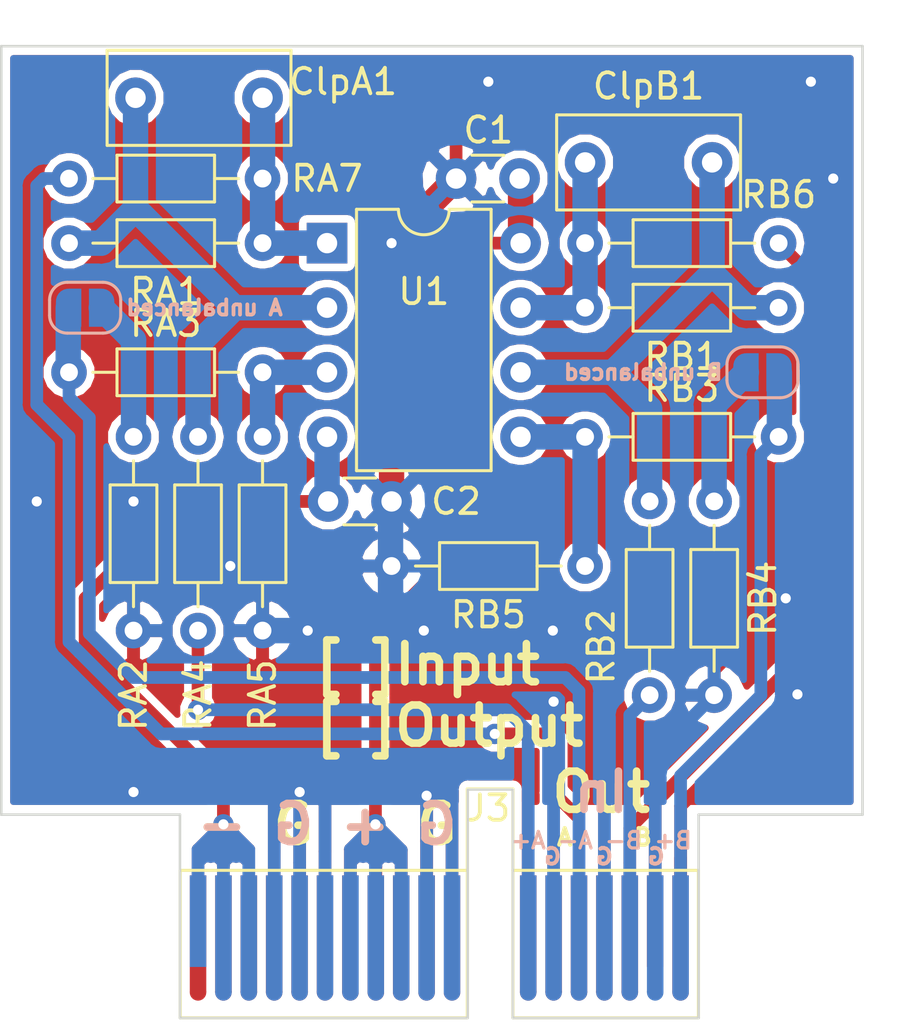
<source format=kicad_pcb>
(kicad_pcb (version 20171130) (host pcbnew 5.0.2-bee76a0~70~ubuntu16.04.1)

  (general
    (thickness 1.6)
    (drawings 22)
    (tracks 225)
    (zones 0)
    (modules 20)
    (nets 18)
  )

  (page A4)
  (layers
    (0 F.Cu signal)
    (31 B.Cu signal)
    (32 B.Adhes user)
    (33 F.Adhes user)
    (34 B.Paste user)
    (35 F.Paste user)
    (36 B.SilkS user)
    (37 F.SilkS user)
    (38 B.Mask user)
    (39 F.Mask user)
    (40 Dwgs.User user)
    (41 Cmts.User user)
    (42 Eco1.User user)
    (43 Eco2.User user)
    (44 Edge.Cuts user)
    (45 Margin user)
    (46 B.CrtYd user)
    (47 F.CrtYd user)
    (48 B.Fab user)
    (49 F.Fab user)
  )

  (setup
    (last_trace_width 0.5)
    (trace_clearance 0.3)
    (zone_clearance 0.3)
    (zone_45_only no)
    (trace_min 0.2)
    (segment_width 0.2)
    (edge_width 0.1)
    (via_size 0.8)
    (via_drill 0.4)
    (via_min_size 0.4)
    (via_min_drill 0.3)
    (uvia_size 0.3)
    (uvia_drill 0.1)
    (uvias_allowed no)
    (uvia_min_size 0.2)
    (uvia_min_drill 0.1)
    (pcb_text_width 0.3)
    (pcb_text_size 1.5 1.5)
    (mod_edge_width 0.15)
    (mod_text_size 1 1)
    (mod_text_width 0.15)
    (pad_size 1 0.5)
    (pad_drill 0)
    (pad_to_mask_clearance 0)
    (solder_mask_min_width 0.25)
    (aux_axis_origin 0 0)
    (visible_elements FFFFFF7F)
    (pcbplotparams
      (layerselection 0x010fc_ffffffff)
      (usegerberextensions false)
      (usegerberattributes false)
      (usegerberadvancedattributes false)
      (creategerberjobfile false)
      (excludeedgelayer true)
      (linewidth 0.100000)
      (plotframeref false)
      (viasonmask false)
      (mode 1)
      (useauxorigin false)
      (hpglpennumber 1)
      (hpglpenspeed 20)
      (hpglpendiameter 15.000000)
      (psnegative false)
      (psa4output false)
      (plotreference true)
      (plotvalue true)
      (plotinvisibletext false)
      (padsonsilk false)
      (subtractmaskfromsilk false)
      (outputformat 1)
      (mirror false)
      (drillshape 1)
      (scaleselection 1)
      (outputdirectory ""))
  )

  (net 0 "")
  (net 1 +15V)
  (net 2 GNDA)
  (net 3 -15V)
  (net 4 "Net-(RA3-Pad2)")
  (net 5 "Net-(RB3-Pad2)")
  (net 6 inB+)
  (net 7 inA+)
  (net 8 inB-)
  (net 9 inA-)
  (net 10 outA)
  (net 11 outB)
  (net 12 "Net-(JA2-Pad2)")
  (net 13 "Net-(JB1-Pad2)")
  (net 14 "Net-(ClpA1-Pad1)")
  (net 15 "Net-(ClpA1-Pad2)")
  (net 16 "Net-(ClpB1-Pad2)")
  (net 17 "Net-(ClpB1-Pad1)")

  (net_class Default "This is the default net class."
    (clearance 0.3)
    (trace_width 0.5)
    (via_dia 0.8)
    (via_drill 0.4)
    (uvia_dia 0.3)
    (uvia_drill 0.1)
    (add_net "Net-(ClpA1-Pad1)")
    (add_net "Net-(ClpA1-Pad2)")
    (add_net "Net-(ClpB1-Pad1)")
    (add_net "Net-(ClpB1-Pad2)")
    (add_net "Net-(JA2-Pad2)")
    (add_net "Net-(JB1-Pad2)")
    (add_net "Net-(RA3-Pad2)")
    (add_net "Net-(RB3-Pad2)")
    (add_net inA+)
    (add_net inA-)
    (add_net inB+)
    (add_net inB-)
    (add_net outA)
    (add_net outB)
  )

  (net_class power ""
    (clearance 0.3)
    (trace_width 0.5)
    (via_dia 0.8)
    (via_drill 0.4)
    (uvia_dia 0.3)
    (uvia_drill 0.1)
    (add_net +15V)
    (add_net -15V)
    (add_net GNDA)
  )

  (module Package_DIP:DIP-8_W7.62mm (layer F.Cu) (tedit 5A02E8C5) (tstamp 5CA24E4D)
    (at 101.6 39.37)
    (descr "8-lead though-hole mounted DIP package, row spacing 7.62 mm (300 mils)")
    (tags "THT DIP DIL PDIP 2.54mm 7.62mm 300mil")
    (path /5C54CA7D)
    (fp_text reference U1 (at 3.81 1.905) (layer F.SilkS)
      (effects (font (size 1 1) (thickness 0.15)))
    )
    (fp_text value LM4562 (at 3.81 9.95) (layer F.Fab)
      (effects (font (size 1 1) (thickness 0.15)))
    )
    (fp_arc (start 3.81 -1.33) (end 2.81 -1.33) (angle -180) (layer F.SilkS) (width 0.12))
    (fp_line (start 1.635 -1.27) (end 6.985 -1.27) (layer F.Fab) (width 0.1))
    (fp_line (start 6.985 -1.27) (end 6.985 8.89) (layer F.Fab) (width 0.1))
    (fp_line (start 6.985 8.89) (end 0.635 8.89) (layer F.Fab) (width 0.1))
    (fp_line (start 0.635 8.89) (end 0.635 -0.27) (layer F.Fab) (width 0.1))
    (fp_line (start 0.635 -0.27) (end 1.635 -1.27) (layer F.Fab) (width 0.1))
    (fp_line (start 2.81 -1.33) (end 1.16 -1.33) (layer F.SilkS) (width 0.12))
    (fp_line (start 1.16 -1.33) (end 1.16 8.95) (layer F.SilkS) (width 0.12))
    (fp_line (start 1.16 8.95) (end 6.46 8.95) (layer F.SilkS) (width 0.12))
    (fp_line (start 6.46 8.95) (end 6.46 -1.33) (layer F.SilkS) (width 0.12))
    (fp_line (start 6.46 -1.33) (end 4.81 -1.33) (layer F.SilkS) (width 0.12))
    (fp_line (start -1.1 -1.55) (end -1.1 9.15) (layer F.CrtYd) (width 0.05))
    (fp_line (start -1.1 9.15) (end 8.7 9.15) (layer F.CrtYd) (width 0.05))
    (fp_line (start 8.7 9.15) (end 8.7 -1.55) (layer F.CrtYd) (width 0.05))
    (fp_line (start 8.7 -1.55) (end -1.1 -1.55) (layer F.CrtYd) (width 0.05))
    (fp_text user %R (at 3.81 3.81) (layer F.Fab)
      (effects (font (size 1 1) (thickness 0.15)))
    )
    (pad 1 thru_hole rect (at 0 0) (size 1.6 1.6) (drill 0.8) (layers *.Cu *.Mask)
      (net 14 "Net-(ClpA1-Pad1)"))
    (pad 5 thru_hole oval (at 7.62 7.62) (size 1.6 1.6) (drill 0.8) (layers *.Cu *.Mask)
      (net 5 "Net-(RB3-Pad2)"))
    (pad 2 thru_hole oval (at 0 2.54) (size 1.6 1.6) (drill 0.8) (layers *.Cu *.Mask)
      (net 15 "Net-(ClpA1-Pad2)"))
    (pad 6 thru_hole oval (at 7.62 5.08) (size 1.6 1.6) (drill 0.8) (layers *.Cu *.Mask)
      (net 16 "Net-(ClpB1-Pad2)"))
    (pad 3 thru_hole oval (at 0 5.08) (size 1.6 1.6) (drill 0.8) (layers *.Cu *.Mask)
      (net 4 "Net-(RA3-Pad2)"))
    (pad 7 thru_hole oval (at 7.62 2.54) (size 1.6 1.6) (drill 0.8) (layers *.Cu *.Mask)
      (net 17 "Net-(ClpB1-Pad1)"))
    (pad 4 thru_hole oval (at 0 7.62) (size 1.6 1.6) (drill 0.8) (layers *.Cu *.Mask)
      (net 3 -15V))
    (pad 8 thru_hole oval (at 7.62 0) (size 1.6 1.6) (drill 0.8) (layers *.Cu *.Mask)
      (net 1 +15V))
    (model ${KISYS3DMOD}/Package_DIP.3dshapes/DIP-8_W7.62mm.wrl
      (at (xyz 0 0 0))
      (scale (xyz 1 1 1))
      (rotate (xyz 0 0 0))
    )
  )

  (module footprints:PCIexpress_1x_letters (layer F.Cu) (tedit 5C5476B0) (tstamp 5C54794C)
    (at 96.52 66.04)
    (descr "PCIexpress Bus Edge Connector")
    (tags "PCIexpress Bus Edge Connector")
    (path /5C5482AB)
    (attr virtual)
    (fp_text reference J3 (at 11.43 -4.445) (layer F.SilkS)
      (effects (font (size 1 1) (thickness 0.15)))
    )
    (fp_text value Conn_02x18_Row_Letter_First (at 16.48 -3.31) (layer F.Fab)
      (effects (font (size 1 1) (thickness 0.15)))
    )
    (fp_line (start 19.95 4.05) (end -0.95 4.05) (layer F.CrtYd) (width 0.05))
    (fp_line (start 19.95 4.05) (end 19.95 -5.45) (layer F.CrtYd) (width 0.05))
    (fp_line (start -0.95 -5.45) (end -0.95 4.05) (layer F.CrtYd) (width 0.05))
    (fp_line (start -0.95 -5.45) (end 19.95 -5.45) (layer F.CrtYd) (width 0.05))
    (fp_line (start 19.7 -2) (end 19.7 3.8) (layer F.SilkS) (width 0.12))
    (fp_line (start 12.4 -2) (end 12.4 3.8) (layer F.SilkS) (width 0.12))
    (fp_line (start 12.4 3.8) (end 19.7 3.8) (layer F.SilkS) (width 0.12))
    (fp_line (start 19.7 -2) (end 12.4 -2) (layer F.SilkS) (width 0.12))
    (fp_line (start -0.7 3.8) (end -0.7 -2) (layer F.SilkS) (width 0.12))
    (fp_line (start 10.6 3.8) (end -0.7 3.8) (layer F.SilkS) (width 0.12))
    (fp_line (start 10.6 -2) (end 10.6 3.8) (layer F.SilkS) (width 0.12))
    (fp_line (start -0.7 -2) (end 10.6 -2) (layer F.SilkS) (width 0.12))
    (fp_line (start 12.4 -5.2) (end 12.4 -2) (layer F.SilkS) (width 0.12))
    (fp_line (start 10.6 -5.2) (end 12.4 -5.2) (layer F.SilkS) (width 0.12))
    (fp_line (start 10.6 -2) (end 10.6 -5.2) (layer F.SilkS) (width 0.12))
    (fp_text user %R (at 9.5 0.662) (layer F.Fab)
      (effects (font (size 1 1) (thickness 0.15)))
    )
    (pad "" connect oval (at 1 2.8 90) (size 0.65 0.65) (layers B.Cu B.Mask))
    (pad "" connect oval (at 19 2.8 90) (size 0.65 0.65) (layers B.Cu B.Mask))
    (pad "" connect oval (at 18 2.8 90) (size 0.65 0.65) (layers B.Cu B.Mask))
    (pad "" connect oval (at 13 2.8 90) (size 0.65 0.65) (layers B.Cu B.Mask))
    (pad "" connect oval (at 10 2.8 90) (size 0.65 0.65) (layers B.Cu B.Mask))
    (pad "" connect oval (at 17 2.8 90) (size 0.65 0.65) (layers B.Cu B.Mask))
    (pad "" connect oval (at 14 2.8 90) (size 0.65 0.65) (layers B.Cu B.Mask))
    (pad "" connect oval (at 2 2.8 90) (size 0.65 0.65) (layers B.Cu B.Mask))
    (pad "" connect oval (at 16 2.8 90) (size 0.65 0.65) (layers B.Cu B.Mask))
    (pad "" connect oval (at 15 2.8 90) (size 0.65 0.65) (layers B.Cu B.Mask))
    (pad "" connect oval (at 9 2.8 90) (size 0.65 0.65) (layers B.Cu B.Mask))
    (pad "" connect oval (at 8 2.8 90) (size 0.65 0.65) (layers B.Cu B.Mask))
    (pad "" connect oval (at 7 2.8 90) (size 0.65 0.65) (layers B.Cu B.Mask))
    (pad "" connect oval (at 6 2.8 90) (size 0.65 0.65) (layers B.Cu B.Mask))
    (pad "" connect oval (at 5 2.8 90) (size 0.65 0.65) (layers B.Cu B.Mask))
    (pad "" connect oval (at 4 2.8 90) (size 0.65 0.65) (layers B.Cu B.Mask))
    (pad "" connect oval (at 3 2.8 90) (size 0.65 0.65) (layers B.Cu B.Mask))
    (pad "" connect circle (at 1 2.8) (size 0.65 0.65) (layers F.Cu F.Mask))
    (pad "" connect circle (at 17 2.8) (size 0.65 0.65) (layers F.Cu F.Mask))
    (pad "" connect circle (at 16 2.8) (size 0.65 0.65) (layers F.Cu F.Mask))
    (pad "" connect circle (at 15 2.8) (size 0.65 0.65) (layers F.Cu F.Mask))
    (pad "" connect circle (at 14 2.8) (size 0.65 0.65) (layers F.Cu F.Mask))
    (pad "" connect circle (at 13 2.8) (size 0.65 0.65) (layers F.Cu F.Mask))
    (pad "" connect circle (at 0 2.8) (size 0.65 0.65) (layers F.Cu F.Mask))
    (pad "" connect circle (at 10 2.8) (size 0.65 0.65) (layers F.Cu F.Mask))
    (pad "" connect circle (at 9 2.8) (size 0.65 0.65) (layers F.Cu F.Mask))
    (pad "" connect circle (at 8 2.8) (size 0.65 0.65) (layers F.Cu F.Mask))
    (pad "" connect circle (at 7 2.8) (size 0.65 0.65) (layers F.Cu F.Mask))
    (pad "" connect circle (at 6 2.8) (size 0.65 0.65) (layers F.Cu F.Mask))
    (pad "" connect circle (at 5 2.8) (size 0.65 0.65) (layers F.Cu F.Mask))
    (pad "" connect circle (at 4 2.8) (size 0.65 0.65) (layers F.Cu F.Mask))
    (pad "" connect circle (at 3 2.8) (size 0.65 0.65) (layers F.Cu F.Mask))
    (pad "" connect circle (at 2 2.8) (size 0.65 0.65) (layers F.Cu F.Mask))
    (pad 13a connect rect (at 14 0.5) (size 0.65 4.6) (layers B.Cu B.Mask)
      (net 2 GNDA))
    (pad 12a connect rect (at 13 0.5) (size 0.65 4.6) (layers B.Cu B.Mask)
      (net 9 inA-))
    (pad 18a connect rect (at 19 0.5) (size 0.65 4.6) (layers B.Cu B.Mask)
      (net 6 inB+))
    (pad 17a connect rect (at 18 0.5) (size 0.65 4.6) (layers B.Cu B.Mask)
      (net 2 GNDA))
    (pad 16a connect rect (at 17 0.5) (size 0.65 4.6) (layers B.Cu B.Mask)
      (net 8 inB-))
    (pad 15a connect rect (at 16 0.5) (size 0.65 4.6) (layers B.Cu B.Mask)
      (net 2 GNDA))
    (pad 14a connect rect (at 15 0.5) (size 0.65 4.6) (layers B.Cu B.Mask)
      (net 7 inA+))
    (pad 11a connect rect (at 10 0.5) (size 0.65 4.6) (layers B.Cu B.Mask)
      (net 2 GNDA))
    (pad 10a connect rect (at 9 0.5) (size 0.65 4.6) (layers B.Cu B.Mask)
      (net 2 GNDA))
    (pad 9a connect rect (at 8 0.5) (size 0.65 4.6) (layers B.Cu B.Mask)
      (net 1 +15V))
    (pad 8a connect rect (at 7 0.5) (size 0.65 4.6) (layers B.Cu B.Mask)
      (net 1 +15V))
    (pad 7a connect rect (at 6 0.5) (size 0.65 4.6) (layers B.Cu B.Mask)
      (net 1 +15V))
    (pad 6a connect rect (at 5 0.5) (size 0.65 4.6) (layers B.Cu B.Mask)
      (net 2 GNDA))
    (pad 5a connect rect (at 4 0.5) (size 0.65 4.6) (layers B.Cu B.Mask)
      (net 2 GNDA))
    (pad 4a connect rect (at 3 0.5) (size 0.65 4.6) (layers B.Cu B.Mask)
      (net 2 GNDA))
    (pad 3a connect rect (at 2 0.5) (size 0.65 4.6) (layers B.Cu B.Mask)
      (net 3 -15V))
    (pad 2a connect rect (at 1 0.5) (size 0.65 4.6) (layers B.Cu B.Mask)
      (net 3 -15V))
    (pad 1a connect rect (at 0 0) (size 0.65 3.6) (layers B.Cu B.Mask)
      (net 3 -15V))
    (pad 13b connect rect (at 14 0.5) (size 0.65 4.6) (layers F.Cu F.Mask)
      (net 10 outA))
    (pad 12b connect rect (at 13 0.5) (size 0.65 4.6) (layers F.Cu F.Mask)
      (net 2 GNDA))
    (pad 18b connect rect (at 19 0.5) (size 0.65 4.6) (layers F.Cu F.Mask)
      (net 2 GNDA))
    (pad 17b connect rect (at 18 0) (size 0.65 3.6) (layers F.Cu F.Mask)
      (net 11 outB))
    (pad 16b connect rect (at 17 0.5) (size 0.65 4.6) (layers F.Cu F.Mask)
      (net 11 outB))
    (pad 15b connect rect (at 16 0.5) (size 0.65 4.6) (layers F.Cu F.Mask)
      (net 2 GNDA))
    (pad 14b connect rect (at 15 0.5) (size 0.65 4.6) (layers F.Cu F.Mask)
      (net 10 outA))
    (pad 11b connect rect (at 10 0.5) (size 0.65 4.6) (layers F.Cu F.Mask)
      (net 2 GNDA))
    (pad 10b connect rect (at 9 0.5) (size 0.65 4.6) (layers F.Cu F.Mask)
      (net 2 GNDA))
    (pad 9b connect rect (at 8 0.5) (size 0.65 4.6) (layers F.Cu F.Mask)
      (net 1 +15V))
    (pad 8b connect rect (at 7 0.5) (size 0.65 4.6) (layers F.Cu F.Mask)
      (net 1 +15V))
    (pad 7b connect rect (at 6 0.5) (size 0.65 4.6) (layers F.Cu F.Mask)
      (net 1 +15V))
    (pad 6b connect rect (at 5 0.5) (size 0.65 4.6) (layers F.Cu F.Mask)
      (net 2 GNDA))
    (pad 5b connect rect (at 4 0.5) (size 0.65 4.6) (layers F.Cu F.Mask)
      (net 2 GNDA))
    (pad 4b connect rect (at 3 0.5) (size 0.65 4.6) (layers F.Cu F.Mask)
      (net 2 GNDA))
    (pad 3b connect rect (at 2 0.5) (size 0.65 4.6) (layers F.Cu F.Mask)
      (net 3 -15V))
    (pad 2b connect rect (at 1 0.5) (size 0.65 4.6) (layers F.Cu F.Mask)
      (net 3 -15V))
    (pad 1b connect rect (at 0 0.5) (size 0.65 4.6) (layers F.Cu F.Mask)
      (net 3 -15V))
    (pad "" connect circle (at 19 2.8) (size 0.65 0.65) (layers F.Cu F.Mask))
  )

  (module Resistor_THT:R_Axial_DIN0204_L3.6mm_D1.6mm_P7.62mm_Horizontal (layer F.Cu) (tedit 5AE5139B) (tstamp 5CA24D4F)
    (at 96.52 54.61 90)
    (descr "Resistor, Axial_DIN0204 series, Axial, Horizontal, pin pitch=7.62mm, 0.167W, length*diameter=3.6*1.6mm^2, http://cdn-reichelt.de/documents/datenblatt/B400/1_4W%23YAG.pdf")
    (tags "Resistor Axial_DIN0204 series Axial Horizontal pin pitch 7.62mm 0.167W length 3.6mm diameter 1.6mm")
    (path /5C54CA8C)
    (fp_text reference RA2 (at -2.54 -2.54 90) (layer F.SilkS)
      (effects (font (size 1 1) (thickness 0.15)))
    )
    (fp_text value 10k|0 (at 3.81 1.92 90) (layer F.Fab)
      (effects (font (size 1 1) (thickness 0.15)))
    )
    (fp_line (start 2.01 -0.8) (end 2.01 0.8) (layer F.Fab) (width 0.1))
    (fp_line (start 2.01 0.8) (end 5.61 0.8) (layer F.Fab) (width 0.1))
    (fp_line (start 5.61 0.8) (end 5.61 -0.8) (layer F.Fab) (width 0.1))
    (fp_line (start 5.61 -0.8) (end 2.01 -0.8) (layer F.Fab) (width 0.1))
    (fp_line (start 0 0) (end 2.01 0) (layer F.Fab) (width 0.1))
    (fp_line (start 7.62 0) (end 5.61 0) (layer F.Fab) (width 0.1))
    (fp_line (start 1.89 -0.92) (end 1.89 0.92) (layer F.SilkS) (width 0.12))
    (fp_line (start 1.89 0.92) (end 5.73 0.92) (layer F.SilkS) (width 0.12))
    (fp_line (start 5.73 0.92) (end 5.73 -0.92) (layer F.SilkS) (width 0.12))
    (fp_line (start 5.73 -0.92) (end 1.89 -0.92) (layer F.SilkS) (width 0.12))
    (fp_line (start 0.94 0) (end 1.89 0) (layer F.SilkS) (width 0.12))
    (fp_line (start 6.68 0) (end 5.73 0) (layer F.SilkS) (width 0.12))
    (fp_line (start -0.95 -1.05) (end -0.95 1.05) (layer F.CrtYd) (width 0.05))
    (fp_line (start -0.95 1.05) (end 8.57 1.05) (layer F.CrtYd) (width 0.05))
    (fp_line (start 8.57 1.05) (end 8.57 -1.05) (layer F.CrtYd) (width 0.05))
    (fp_line (start 8.57 -1.05) (end -0.95 -1.05) (layer F.CrtYd) (width 0.05))
    (fp_text user %R (at 3.81 0 90) (layer F.Fab)
      (effects (font (size 0.72 0.72) (thickness 0.108)))
    )
    (pad 1 thru_hole circle (at 0 0 90) (size 1.4 1.4) (drill 0.7) (layers *.Cu *.Mask)
      (net 9 inA-))
    (pad 2 thru_hole oval (at 7.62 0 90) (size 1.4 1.4) (drill 0.7) (layers *.Cu *.Mask)
      (net 15 "Net-(ClpA1-Pad2)"))
    (model ${KISYS3DMOD}/Resistor_THT.3dshapes/R_Axial_DIN0204_L3.6mm_D1.6mm_P7.62mm_Horizontal.wrl
      (at (xyz 0 0 0))
      (scale (xyz 1 1 1))
      (rotate (xyz 0 0 0))
    )
  )

  (module Resistor_THT:R_Axial_DIN0204_L3.6mm_D1.6mm_P7.62mm_Horizontal (layer F.Cu) (tedit 5AE5139B) (tstamp 5CA24B48)
    (at 91.44 44.45)
    (descr "Resistor, Axial_DIN0204 series, Axial, Horizontal, pin pitch=7.62mm, 0.167W, length*diameter=3.6*1.6mm^2, http://cdn-reichelt.de/documents/datenblatt/B400/1_4W%23YAG.pdf")
    (tags "Resistor Axial_DIN0204 series Axial Horizontal pin pitch 7.62mm 0.167W length 3.6mm diameter 1.6mm")
    (path /5C54CAA4)
    (fp_text reference RA3 (at 3.81 -1.92) (layer F.SilkS)
      (effects (font (size 1 1) (thickness 0.15)))
    )
    (fp_text value 10k|1k (at 3.81 1.92) (layer F.Fab)
      (effects (font (size 1 1) (thickness 0.15)))
    )
    (fp_text user %R (at 3.81 0) (layer F.Fab)
      (effects (font (size 0.72 0.72) (thickness 0.108)))
    )
    (fp_line (start 8.57 -1.05) (end -0.95 -1.05) (layer F.CrtYd) (width 0.05))
    (fp_line (start 8.57 1.05) (end 8.57 -1.05) (layer F.CrtYd) (width 0.05))
    (fp_line (start -0.95 1.05) (end 8.57 1.05) (layer F.CrtYd) (width 0.05))
    (fp_line (start -0.95 -1.05) (end -0.95 1.05) (layer F.CrtYd) (width 0.05))
    (fp_line (start 6.68 0) (end 5.73 0) (layer F.SilkS) (width 0.12))
    (fp_line (start 0.94 0) (end 1.89 0) (layer F.SilkS) (width 0.12))
    (fp_line (start 5.73 -0.92) (end 1.89 -0.92) (layer F.SilkS) (width 0.12))
    (fp_line (start 5.73 0.92) (end 5.73 -0.92) (layer F.SilkS) (width 0.12))
    (fp_line (start 1.89 0.92) (end 5.73 0.92) (layer F.SilkS) (width 0.12))
    (fp_line (start 1.89 -0.92) (end 1.89 0.92) (layer F.SilkS) (width 0.12))
    (fp_line (start 7.62 0) (end 5.61 0) (layer F.Fab) (width 0.1))
    (fp_line (start 0 0) (end 2.01 0) (layer F.Fab) (width 0.1))
    (fp_line (start 5.61 -0.8) (end 2.01 -0.8) (layer F.Fab) (width 0.1))
    (fp_line (start 5.61 0.8) (end 5.61 -0.8) (layer F.Fab) (width 0.1))
    (fp_line (start 2.01 0.8) (end 5.61 0.8) (layer F.Fab) (width 0.1))
    (fp_line (start 2.01 -0.8) (end 2.01 0.8) (layer F.Fab) (width 0.1))
    (pad 2 thru_hole oval (at 7.62 0) (size 1.4 1.4) (drill 0.7) (layers *.Cu *.Mask)
      (net 4 "Net-(RA3-Pad2)"))
    (pad 1 thru_hole circle (at 0 0) (size 1.4 1.4) (drill 0.7) (layers *.Cu *.Mask)
      (net 7 inA+))
    (model ${KISYS3DMOD}/Resistor_THT.3dshapes/R_Axial_DIN0204_L3.6mm_D1.6mm_P7.62mm_Horizontal.wrl
      (at (xyz 0 0 0))
      (scale (xyz 1 1 1))
      (rotate (xyz 0 0 0))
    )
  )

  (module Resistor_THT:R_Axial_DIN0204_L3.6mm_D1.6mm_P7.62mm_Horizontal (layer F.Cu) (tedit 5AE5139B) (tstamp 5CA24BBD)
    (at 93.98 46.99 270)
    (descr "Resistor, Axial_DIN0204 series, Axial, Horizontal, pin pitch=7.62mm, 0.167W, length*diameter=3.6*1.6mm^2, http://cdn-reichelt.de/documents/datenblatt/B400/1_4W%23YAG.pdf")
    (tags "Resistor Axial_DIN0204 series Axial Horizontal pin pitch 7.62mm 0.167W length 3.6mm diameter 1.6mm")
    (path /5C54CAB9)
    (fp_text reference RA4 (at 10.16 -2.54 270) (layer F.SilkS)
      (effects (font (size 1 1) (thickness 0.15)))
    )
    (fp_text value 10|0 (at 3.81 1.92 270) (layer F.Fab)
      (effects (font (size 1 1) (thickness 0.15)))
    )
    (fp_text user %R (at 3.81 0 270) (layer F.Fab)
      (effects (font (size 0.72 0.72) (thickness 0.108)))
    )
    (fp_line (start 8.57 -1.05) (end -0.95 -1.05) (layer F.CrtYd) (width 0.05))
    (fp_line (start 8.57 1.05) (end 8.57 -1.05) (layer F.CrtYd) (width 0.05))
    (fp_line (start -0.95 1.05) (end 8.57 1.05) (layer F.CrtYd) (width 0.05))
    (fp_line (start -0.95 -1.05) (end -0.95 1.05) (layer F.CrtYd) (width 0.05))
    (fp_line (start 6.68 0) (end 5.73 0) (layer F.SilkS) (width 0.12))
    (fp_line (start 0.94 0) (end 1.89 0) (layer F.SilkS) (width 0.12))
    (fp_line (start 5.73 -0.92) (end 1.89 -0.92) (layer F.SilkS) (width 0.12))
    (fp_line (start 5.73 0.92) (end 5.73 -0.92) (layer F.SilkS) (width 0.12))
    (fp_line (start 1.89 0.92) (end 5.73 0.92) (layer F.SilkS) (width 0.12))
    (fp_line (start 1.89 -0.92) (end 1.89 0.92) (layer F.SilkS) (width 0.12))
    (fp_line (start 7.62 0) (end 5.61 0) (layer F.Fab) (width 0.1))
    (fp_line (start 0 0) (end 2.01 0) (layer F.Fab) (width 0.1))
    (fp_line (start 5.61 -0.8) (end 2.01 -0.8) (layer F.Fab) (width 0.1))
    (fp_line (start 5.61 0.8) (end 5.61 -0.8) (layer F.Fab) (width 0.1))
    (fp_line (start 2.01 0.8) (end 5.61 0.8) (layer F.Fab) (width 0.1))
    (fp_line (start 2.01 -0.8) (end 2.01 0.8) (layer F.Fab) (width 0.1))
    (pad 2 thru_hole oval (at 7.62 0 270) (size 1.4 1.4) (drill 0.7) (layers *.Cu *.Mask)
      (net 2 GNDA))
    (pad 1 thru_hole circle (at 0 0 270) (size 1.4 1.4) (drill 0.7) (layers *.Cu *.Mask)
      (net 12 "Net-(JA2-Pad2)"))
    (model ${KISYS3DMOD}/Resistor_THT.3dshapes/R_Axial_DIN0204_L3.6mm_D1.6mm_P7.62mm_Horizontal.wrl
      (at (xyz 0 0 0))
      (scale (xyz 1 1 1))
      (rotate (xyz 0 0 0))
    )
  )

  (module Resistor_THT:R_Axial_DIN0204_L3.6mm_D1.6mm_P7.62mm_Horizontal (layer F.Cu) (tedit 5AE5139B) (tstamp 5CA24D91)
    (at 99.06 46.99 270)
    (descr "Resistor, Axial_DIN0204 series, Axial, Horizontal, pin pitch=7.62mm, 0.167W, length*diameter=3.6*1.6mm^2, http://cdn-reichelt.de/documents/datenblatt/B400/1_4W%23YAG.pdf")
    (tags "Resistor Axial_DIN0204 series Axial Horizontal pin pitch 7.62mm 0.167W length 3.6mm diameter 1.6mm")
    (path /5C54CAAC)
    (fp_text reference RA5 (at 10.16 0 270) (layer F.SilkS)
      (effects (font (size 1 1) (thickness 0.15)))
    )
    (fp_text value 10k|open (at 3.81 1.92 270) (layer F.Fab)
      (effects (font (size 1 1) (thickness 0.15)))
    )
    (fp_line (start 2.01 -0.8) (end 2.01 0.8) (layer F.Fab) (width 0.1))
    (fp_line (start 2.01 0.8) (end 5.61 0.8) (layer F.Fab) (width 0.1))
    (fp_line (start 5.61 0.8) (end 5.61 -0.8) (layer F.Fab) (width 0.1))
    (fp_line (start 5.61 -0.8) (end 2.01 -0.8) (layer F.Fab) (width 0.1))
    (fp_line (start 0 0) (end 2.01 0) (layer F.Fab) (width 0.1))
    (fp_line (start 7.62 0) (end 5.61 0) (layer F.Fab) (width 0.1))
    (fp_line (start 1.89 -0.92) (end 1.89 0.92) (layer F.SilkS) (width 0.12))
    (fp_line (start 1.89 0.92) (end 5.73 0.92) (layer F.SilkS) (width 0.12))
    (fp_line (start 5.73 0.92) (end 5.73 -0.92) (layer F.SilkS) (width 0.12))
    (fp_line (start 5.73 -0.92) (end 1.89 -0.92) (layer F.SilkS) (width 0.12))
    (fp_line (start 0.94 0) (end 1.89 0) (layer F.SilkS) (width 0.12))
    (fp_line (start 6.68 0) (end 5.73 0) (layer F.SilkS) (width 0.12))
    (fp_line (start -0.95 -1.05) (end -0.95 1.05) (layer F.CrtYd) (width 0.05))
    (fp_line (start -0.95 1.05) (end 8.57 1.05) (layer F.CrtYd) (width 0.05))
    (fp_line (start 8.57 1.05) (end 8.57 -1.05) (layer F.CrtYd) (width 0.05))
    (fp_line (start 8.57 -1.05) (end -0.95 -1.05) (layer F.CrtYd) (width 0.05))
    (fp_text user %R (at 3.81 0 270) (layer F.Fab)
      (effects (font (size 0.72 0.72) (thickness 0.108)))
    )
    (pad 1 thru_hole circle (at 0 0 270) (size 1.4 1.4) (drill 0.7) (layers *.Cu *.Mask)
      (net 4 "Net-(RA3-Pad2)"))
    (pad 2 thru_hole oval (at 7.62 0 270) (size 1.4 1.4) (drill 0.7) (layers *.Cu *.Mask)
      (net 2 GNDA))
    (model ${KISYS3DMOD}/Resistor_THT.3dshapes/R_Axial_DIN0204_L3.6mm_D1.6mm_P7.62mm_Horizontal.wrl
      (at (xyz 0 0 0))
      (scale (xyz 1 1 1))
      (rotate (xyz 0 0 0))
    )
  )

  (module Resistor_THT:R_Axial_DIN0204_L3.6mm_D1.6mm_P7.62mm_Horizontal (layer F.Cu) (tedit 5AE5139B) (tstamp 5CA24E06)
    (at 119.38 41.91 180)
    (descr "Resistor, Axial_DIN0204 series, Axial, Horizontal, pin pitch=7.62mm, 0.167W, length*diameter=3.6*1.6mm^2, http://cdn-reichelt.de/documents/datenblatt/B400/1_4W%23YAG.pdf")
    (tags "Resistor Axial_DIN0204 series Axial Horizontal pin pitch 7.62mm 0.167W length 3.6mm diameter 1.6mm")
    (path /5C54CB19)
    (fp_text reference RB1 (at 3.81 -1.92 180) (layer F.SilkS)
      (effects (font (size 1 1) (thickness 0.15)))
    )
    (fp_text value 10k (at 3.81 1.92 180) (layer F.Fab)
      (effects (font (size 1 1) (thickness 0.15)))
    )
    (fp_line (start 2.01 -0.8) (end 2.01 0.8) (layer F.Fab) (width 0.1))
    (fp_line (start 2.01 0.8) (end 5.61 0.8) (layer F.Fab) (width 0.1))
    (fp_line (start 5.61 0.8) (end 5.61 -0.8) (layer F.Fab) (width 0.1))
    (fp_line (start 5.61 -0.8) (end 2.01 -0.8) (layer F.Fab) (width 0.1))
    (fp_line (start 0 0) (end 2.01 0) (layer F.Fab) (width 0.1))
    (fp_line (start 7.62 0) (end 5.61 0) (layer F.Fab) (width 0.1))
    (fp_line (start 1.89 -0.92) (end 1.89 0.92) (layer F.SilkS) (width 0.12))
    (fp_line (start 1.89 0.92) (end 5.73 0.92) (layer F.SilkS) (width 0.12))
    (fp_line (start 5.73 0.92) (end 5.73 -0.92) (layer F.SilkS) (width 0.12))
    (fp_line (start 5.73 -0.92) (end 1.89 -0.92) (layer F.SilkS) (width 0.12))
    (fp_line (start 0.94 0) (end 1.89 0) (layer F.SilkS) (width 0.12))
    (fp_line (start 6.68 0) (end 5.73 0) (layer F.SilkS) (width 0.12))
    (fp_line (start -0.95 -1.05) (end -0.95 1.05) (layer F.CrtYd) (width 0.05))
    (fp_line (start -0.95 1.05) (end 8.57 1.05) (layer F.CrtYd) (width 0.05))
    (fp_line (start 8.57 1.05) (end 8.57 -1.05) (layer F.CrtYd) (width 0.05))
    (fp_line (start 8.57 -1.05) (end -0.95 -1.05) (layer F.CrtYd) (width 0.05))
    (fp_text user %R (at 3.81 0 180) (layer F.Fab)
      (effects (font (size 0.72 0.72) (thickness 0.108)))
    )
    (pad 1 thru_hole circle (at 0 0 180) (size 1.4 1.4) (drill 0.7) (layers *.Cu *.Mask)
      (net 16 "Net-(ClpB1-Pad2)"))
    (pad 2 thru_hole oval (at 7.62 0 180) (size 1.4 1.4) (drill 0.7) (layers *.Cu *.Mask)
      (net 17 "Net-(ClpB1-Pad1)"))
    (model ${KISYS3DMOD}/Resistor_THT.3dshapes/R_Axial_DIN0204_L3.6mm_D1.6mm_P7.62mm_Horizontal.wrl
      (at (xyz 0 0 0))
      (scale (xyz 1 1 1))
      (rotate (xyz 0 0 0))
    )
  )

  (module Resistor_THT:R_Axial_DIN0204_L3.6mm_D1.6mm_P7.62mm_Horizontal (layer F.Cu) (tedit 5AE5139B) (tstamp 5CA24C29)
    (at 114.3 57.15 90)
    (descr "Resistor, Axial_DIN0204 series, Axial, Horizontal, pin pitch=7.62mm, 0.167W, length*diameter=3.6*1.6mm^2, http://cdn-reichelt.de/documents/datenblatt/B400/1_4W%23YAG.pdf")
    (tags "Resistor Axial_DIN0204 series Axial Horizontal pin pitch 7.62mm 0.167W length 3.6mm diameter 1.6mm")
    (path /5C54CAD8)
    (fp_text reference RB2 (at 1.905 -1.905 90) (layer F.SilkS)
      (effects (font (size 1 1) (thickness 0.15)))
    )
    (fp_text value 10k|0 (at 3.81 1.92 90) (layer F.Fab)
      (effects (font (size 1 1) (thickness 0.15)))
    )
    (fp_line (start 2.01 -0.8) (end 2.01 0.8) (layer F.Fab) (width 0.1))
    (fp_line (start 2.01 0.8) (end 5.61 0.8) (layer F.Fab) (width 0.1))
    (fp_line (start 5.61 0.8) (end 5.61 -0.8) (layer F.Fab) (width 0.1))
    (fp_line (start 5.61 -0.8) (end 2.01 -0.8) (layer F.Fab) (width 0.1))
    (fp_line (start 0 0) (end 2.01 0) (layer F.Fab) (width 0.1))
    (fp_line (start 7.62 0) (end 5.61 0) (layer F.Fab) (width 0.1))
    (fp_line (start 1.89 -0.92) (end 1.89 0.92) (layer F.SilkS) (width 0.12))
    (fp_line (start 1.89 0.92) (end 5.73 0.92) (layer F.SilkS) (width 0.12))
    (fp_line (start 5.73 0.92) (end 5.73 -0.92) (layer F.SilkS) (width 0.12))
    (fp_line (start 5.73 -0.92) (end 1.89 -0.92) (layer F.SilkS) (width 0.12))
    (fp_line (start 0.94 0) (end 1.89 0) (layer F.SilkS) (width 0.12))
    (fp_line (start 6.68 0) (end 5.73 0) (layer F.SilkS) (width 0.12))
    (fp_line (start -0.95 -1.05) (end -0.95 1.05) (layer F.CrtYd) (width 0.05))
    (fp_line (start -0.95 1.05) (end 8.57 1.05) (layer F.CrtYd) (width 0.05))
    (fp_line (start 8.57 1.05) (end 8.57 -1.05) (layer F.CrtYd) (width 0.05))
    (fp_line (start 8.57 -1.05) (end -0.95 -1.05) (layer F.CrtYd) (width 0.05))
    (fp_text user %R (at 3.81 0 90) (layer F.Fab)
      (effects (font (size 0.72 0.72) (thickness 0.108)))
    )
    (pad 1 thru_hole circle (at 0 0 90) (size 1.4 1.4) (drill 0.7) (layers *.Cu *.Mask)
      (net 8 inB-))
    (pad 2 thru_hole oval (at 7.62 0 90) (size 1.4 1.4) (drill 0.7) (layers *.Cu *.Mask)
      (net 16 "Net-(ClpB1-Pad2)"))
    (model ${KISYS3DMOD}/Resistor_THT.3dshapes/R_Axial_DIN0204_L3.6mm_D1.6mm_P7.62mm_Horizontal.wrl
      (at (xyz 0 0 0))
      (scale (xyz 1 1 1))
      (rotate (xyz 0 0 0))
    )
  )

  (module Resistor_THT:R_Axial_DIN0204_L3.6mm_D1.6mm_P7.62mm_Horizontal (layer F.Cu) (tedit 5AE5139B) (tstamp 5CA24AD9)
    (at 119.38 46.99 180)
    (descr "Resistor, Axial_DIN0204 series, Axial, Horizontal, pin pitch=7.62mm, 0.167W, length*diameter=3.6*1.6mm^2, http://cdn-reichelt.de/documents/datenblatt/B400/1_4W%23YAG.pdf")
    (tags "Resistor Axial_DIN0204 series Axial Horizontal pin pitch 7.62mm 0.167W length 3.6mm diameter 1.6mm")
    (path /5C54CAE4)
    (fp_text reference RB3 (at 3.81 1.905 180) (layer F.SilkS)
      (effects (font (size 1 1) (thickness 0.15)))
    )
    (fp_text value 10k|1k (at 3.81 1.92 180) (layer F.Fab)
      (effects (font (size 1 1) (thickness 0.15)))
    )
    (fp_text user %R (at 3.81 0 180) (layer F.Fab)
      (effects (font (size 0.72 0.72) (thickness 0.108)))
    )
    (fp_line (start 8.57 -1.05) (end -0.95 -1.05) (layer F.CrtYd) (width 0.05))
    (fp_line (start 8.57 1.05) (end 8.57 -1.05) (layer F.CrtYd) (width 0.05))
    (fp_line (start -0.95 1.05) (end 8.57 1.05) (layer F.CrtYd) (width 0.05))
    (fp_line (start -0.95 -1.05) (end -0.95 1.05) (layer F.CrtYd) (width 0.05))
    (fp_line (start 6.68 0) (end 5.73 0) (layer F.SilkS) (width 0.12))
    (fp_line (start 0.94 0) (end 1.89 0) (layer F.SilkS) (width 0.12))
    (fp_line (start 5.73 -0.92) (end 1.89 -0.92) (layer F.SilkS) (width 0.12))
    (fp_line (start 5.73 0.92) (end 5.73 -0.92) (layer F.SilkS) (width 0.12))
    (fp_line (start 1.89 0.92) (end 5.73 0.92) (layer F.SilkS) (width 0.12))
    (fp_line (start 1.89 -0.92) (end 1.89 0.92) (layer F.SilkS) (width 0.12))
    (fp_line (start 7.62 0) (end 5.61 0) (layer F.Fab) (width 0.1))
    (fp_line (start 0 0) (end 2.01 0) (layer F.Fab) (width 0.1))
    (fp_line (start 5.61 -0.8) (end 2.01 -0.8) (layer F.Fab) (width 0.1))
    (fp_line (start 5.61 0.8) (end 5.61 -0.8) (layer F.Fab) (width 0.1))
    (fp_line (start 2.01 0.8) (end 5.61 0.8) (layer F.Fab) (width 0.1))
    (fp_line (start 2.01 -0.8) (end 2.01 0.8) (layer F.Fab) (width 0.1))
    (pad 2 thru_hole oval (at 7.62 0 180) (size 1.4 1.4) (drill 0.7) (layers *.Cu *.Mask)
      (net 5 "Net-(RB3-Pad2)"))
    (pad 1 thru_hole circle (at 0 0 180) (size 1.4 1.4) (drill 0.7) (layers *.Cu *.Mask)
      (net 6 inB+))
    (model ${KISYS3DMOD}/Resistor_THT.3dshapes/R_Axial_DIN0204_L3.6mm_D1.6mm_P7.62mm_Horizontal.wrl
      (at (xyz 0 0 0))
      (scale (xyz 1 1 1))
      (rotate (xyz 0 0 0))
    )
  )

  (module Resistor_THT:R_Axial_DIN0204_L3.6mm_D1.6mm_P7.62mm_Horizontal (layer F.Cu) (tedit 5AE5139B) (tstamp 5CA24C6B)
    (at 116.84 49.53 270)
    (descr "Resistor, Axial_DIN0204 series, Axial, Horizontal, pin pitch=7.62mm, 0.167W, length*diameter=3.6*1.6mm^2, http://cdn-reichelt.de/documents/datenblatt/B400/1_4W%23YAG.pdf")
    (tags "Resistor Axial_DIN0204 series Axial Horizontal pin pitch 7.62mm 0.167W length 3.6mm diameter 1.6mm")
    (path /5C54CAF8)
    (fp_text reference RB4 (at 3.81 -1.92 270) (layer F.SilkS)
      (effects (font (size 1 1) (thickness 0.15)))
    )
    (fp_text value 10|0 (at 3.81 1.92 270) (layer F.Fab)
      (effects (font (size 1 1) (thickness 0.15)))
    )
    (fp_text user %R (at 3.81 0 270) (layer F.Fab)
      (effects (font (size 0.72 0.72) (thickness 0.108)))
    )
    (fp_line (start 8.57 -1.05) (end -0.95 -1.05) (layer F.CrtYd) (width 0.05))
    (fp_line (start 8.57 1.05) (end 8.57 -1.05) (layer F.CrtYd) (width 0.05))
    (fp_line (start -0.95 1.05) (end 8.57 1.05) (layer F.CrtYd) (width 0.05))
    (fp_line (start -0.95 -1.05) (end -0.95 1.05) (layer F.CrtYd) (width 0.05))
    (fp_line (start 6.68 0) (end 5.73 0) (layer F.SilkS) (width 0.12))
    (fp_line (start 0.94 0) (end 1.89 0) (layer F.SilkS) (width 0.12))
    (fp_line (start 5.73 -0.92) (end 1.89 -0.92) (layer F.SilkS) (width 0.12))
    (fp_line (start 5.73 0.92) (end 5.73 -0.92) (layer F.SilkS) (width 0.12))
    (fp_line (start 1.89 0.92) (end 5.73 0.92) (layer F.SilkS) (width 0.12))
    (fp_line (start 1.89 -0.92) (end 1.89 0.92) (layer F.SilkS) (width 0.12))
    (fp_line (start 7.62 0) (end 5.61 0) (layer F.Fab) (width 0.1))
    (fp_line (start 0 0) (end 2.01 0) (layer F.Fab) (width 0.1))
    (fp_line (start 5.61 -0.8) (end 2.01 -0.8) (layer F.Fab) (width 0.1))
    (fp_line (start 5.61 0.8) (end 5.61 -0.8) (layer F.Fab) (width 0.1))
    (fp_line (start 2.01 0.8) (end 5.61 0.8) (layer F.Fab) (width 0.1))
    (fp_line (start 2.01 -0.8) (end 2.01 0.8) (layer F.Fab) (width 0.1))
    (pad 2 thru_hole oval (at 7.62 0 270) (size 1.4 1.4) (drill 0.7) (layers *.Cu *.Mask)
      (net 2 GNDA))
    (pad 1 thru_hole circle (at 0 0 270) (size 1.4 1.4) (drill 0.7) (layers *.Cu *.Mask)
      (net 13 "Net-(JB1-Pad2)"))
    (model ${KISYS3DMOD}/Resistor_THT.3dshapes/R_Axial_DIN0204_L3.6mm_D1.6mm_P7.62mm_Horizontal.wrl
      (at (xyz 0 0 0))
      (scale (xyz 1 1 1))
      (rotate (xyz 0 0 0))
    )
  )

  (module Resistor_THT:R_Axial_DIN0204_L3.6mm_D1.6mm_P7.62mm_Horizontal (layer F.Cu) (tedit 5AE5139B) (tstamp 5CA24CF2)
    (at 111.76 52.07 180)
    (descr "Resistor, Axial_DIN0204 series, Axial, Horizontal, pin pitch=7.62mm, 0.167W, length*diameter=3.6*1.6mm^2, http://cdn-reichelt.de/documents/datenblatt/B400/1_4W%23YAG.pdf")
    (tags "Resistor Axial_DIN0204 series Axial Horizontal pin pitch 7.62mm 0.167W length 3.6mm diameter 1.6mm")
    (path /5C54CAEC)
    (fp_text reference RB5 (at 3.81 -1.92 180) (layer F.SilkS)
      (effects (font (size 1 1) (thickness 0.15)))
    )
    (fp_text value 10k|open (at 3.81 1.92 180) (layer F.Fab)
      (effects (font (size 1 1) (thickness 0.15)))
    )
    (fp_line (start 2.01 -0.8) (end 2.01 0.8) (layer F.Fab) (width 0.1))
    (fp_line (start 2.01 0.8) (end 5.61 0.8) (layer F.Fab) (width 0.1))
    (fp_line (start 5.61 0.8) (end 5.61 -0.8) (layer F.Fab) (width 0.1))
    (fp_line (start 5.61 -0.8) (end 2.01 -0.8) (layer F.Fab) (width 0.1))
    (fp_line (start 0 0) (end 2.01 0) (layer F.Fab) (width 0.1))
    (fp_line (start 7.62 0) (end 5.61 0) (layer F.Fab) (width 0.1))
    (fp_line (start 1.89 -0.92) (end 1.89 0.92) (layer F.SilkS) (width 0.12))
    (fp_line (start 1.89 0.92) (end 5.73 0.92) (layer F.SilkS) (width 0.12))
    (fp_line (start 5.73 0.92) (end 5.73 -0.92) (layer F.SilkS) (width 0.12))
    (fp_line (start 5.73 -0.92) (end 1.89 -0.92) (layer F.SilkS) (width 0.12))
    (fp_line (start 0.94 0) (end 1.89 0) (layer F.SilkS) (width 0.12))
    (fp_line (start 6.68 0) (end 5.73 0) (layer F.SilkS) (width 0.12))
    (fp_line (start -0.95 -1.05) (end -0.95 1.05) (layer F.CrtYd) (width 0.05))
    (fp_line (start -0.95 1.05) (end 8.57 1.05) (layer F.CrtYd) (width 0.05))
    (fp_line (start 8.57 1.05) (end 8.57 -1.05) (layer F.CrtYd) (width 0.05))
    (fp_line (start 8.57 -1.05) (end -0.95 -1.05) (layer F.CrtYd) (width 0.05))
    (fp_text user %R (at 3.81 0 180) (layer F.Fab)
      (effects (font (size 0.72 0.72) (thickness 0.108)))
    )
    (pad 1 thru_hole circle (at 0 0 180) (size 1.4 1.4) (drill 0.7) (layers *.Cu *.Mask)
      (net 5 "Net-(RB3-Pad2)"))
    (pad 2 thru_hole oval (at 7.62 0 180) (size 1.4 1.4) (drill 0.7) (layers *.Cu *.Mask)
      (net 2 GNDA))
    (model ${KISYS3DMOD}/Resistor_THT.3dshapes/R_Axial_DIN0204_L3.6mm_D1.6mm_P7.62mm_Horizontal.wrl
      (at (xyz 0 0 0))
      (scale (xyz 1 1 1))
      (rotate (xyz 0 0 0))
    )
  )

  (module Resistor_THT:R_Axial_DIN0204_L3.6mm_D1.6mm_P7.62mm_Horizontal (layer F.Cu) (tedit 5AE5139B) (tstamp 5CA24CAD)
    (at 91.44 39.37)
    (descr "Resistor, Axial_DIN0204 series, Axial, Horizontal, pin pitch=7.62mm, 0.167W, length*diameter=3.6*1.6mm^2, http://cdn-reichelt.de/documents/datenblatt/B400/1_4W%23YAG.pdf")
    (tags "Resistor Axial_DIN0204 series Axial Horizontal pin pitch 7.62mm 0.167W length 3.6mm diameter 1.6mm")
    (path /5C54CA95)
    (fp_text reference RA1 (at 3.81 1.905) (layer F.SilkS)
      (effects (font (size 1 1) (thickness 0.15)))
    )
    (fp_text value 10k (at 3.81 1.92) (layer F.Fab)
      (effects (font (size 1 1) (thickness 0.15)))
    )
    (fp_line (start 2.01 -0.8) (end 2.01 0.8) (layer F.Fab) (width 0.1))
    (fp_line (start 2.01 0.8) (end 5.61 0.8) (layer F.Fab) (width 0.1))
    (fp_line (start 5.61 0.8) (end 5.61 -0.8) (layer F.Fab) (width 0.1))
    (fp_line (start 5.61 -0.8) (end 2.01 -0.8) (layer F.Fab) (width 0.1))
    (fp_line (start 0 0) (end 2.01 0) (layer F.Fab) (width 0.1))
    (fp_line (start 7.62 0) (end 5.61 0) (layer F.Fab) (width 0.1))
    (fp_line (start 1.89 -0.92) (end 1.89 0.92) (layer F.SilkS) (width 0.12))
    (fp_line (start 1.89 0.92) (end 5.73 0.92) (layer F.SilkS) (width 0.12))
    (fp_line (start 5.73 0.92) (end 5.73 -0.92) (layer F.SilkS) (width 0.12))
    (fp_line (start 5.73 -0.92) (end 1.89 -0.92) (layer F.SilkS) (width 0.12))
    (fp_line (start 0.94 0) (end 1.89 0) (layer F.SilkS) (width 0.12))
    (fp_line (start 6.68 0) (end 5.73 0) (layer F.SilkS) (width 0.12))
    (fp_line (start -0.95 -1.05) (end -0.95 1.05) (layer F.CrtYd) (width 0.05))
    (fp_line (start -0.95 1.05) (end 8.57 1.05) (layer F.CrtYd) (width 0.05))
    (fp_line (start 8.57 1.05) (end 8.57 -1.05) (layer F.CrtYd) (width 0.05))
    (fp_line (start 8.57 -1.05) (end -0.95 -1.05) (layer F.CrtYd) (width 0.05))
    (fp_text user %R (at 3.81 0) (layer F.Fab)
      (effects (font (size 0.72 0.72) (thickness 0.108)))
    )
    (pad 1 thru_hole circle (at 0 0) (size 1.4 1.4) (drill 0.7) (layers *.Cu *.Mask)
      (net 15 "Net-(ClpA1-Pad2)"))
    (pad 2 thru_hole oval (at 7.62 0) (size 1.4 1.4) (drill 0.7) (layers *.Cu *.Mask)
      (net 14 "Net-(ClpA1-Pad1)"))
    (model ${KISYS3DMOD}/Resistor_THT.3dshapes/R_Axial_DIN0204_L3.6mm_D1.6mm_P7.62mm_Horizontal.wrl
      (at (xyz 0 0 0))
      (scale (xyz 1 1 1))
      (rotate (xyz 0 0 0))
    )
  )

  (module Capacitor_THT:C_Disc_D3.0mm_W1.6mm_P2.50mm (layer F.Cu) (tedit 5AE50EF0) (tstamp 5CA24838)
    (at 109.18 36.83 180)
    (descr "C, Disc series, Radial, pin pitch=2.50mm, , diameter*width=3.0*1.6mm^2, Capacitor, http://www.vishay.com/docs/45233/krseries.pdf")
    (tags "C Disc series Radial pin pitch 2.50mm  diameter 3.0mm width 1.6mm Capacitor")
    (path /5C54CB2B)
    (fp_text reference C1 (at 1.23 1.905 180) (layer F.SilkS)
      (effects (font (size 1 1) (thickness 0.15)))
    )
    (fp_text value 100n (at 1.25 2.05 180) (layer F.Fab)
      (effects (font (size 1 1) (thickness 0.15)))
    )
    (fp_line (start -0.25 -0.8) (end -0.25 0.8) (layer F.Fab) (width 0.1))
    (fp_line (start -0.25 0.8) (end 2.75 0.8) (layer F.Fab) (width 0.1))
    (fp_line (start 2.75 0.8) (end 2.75 -0.8) (layer F.Fab) (width 0.1))
    (fp_line (start 2.75 -0.8) (end -0.25 -0.8) (layer F.Fab) (width 0.1))
    (fp_line (start 0.621 -0.92) (end 1.879 -0.92) (layer F.SilkS) (width 0.12))
    (fp_line (start 0.621 0.92) (end 1.879 0.92) (layer F.SilkS) (width 0.12))
    (fp_line (start -1.05 -1.05) (end -1.05 1.05) (layer F.CrtYd) (width 0.05))
    (fp_line (start -1.05 1.05) (end 3.55 1.05) (layer F.CrtYd) (width 0.05))
    (fp_line (start 3.55 1.05) (end 3.55 -1.05) (layer F.CrtYd) (width 0.05))
    (fp_line (start 3.55 -1.05) (end -1.05 -1.05) (layer F.CrtYd) (width 0.05))
    (fp_text user %R (at 1.25 0 180) (layer F.Fab)
      (effects (font (size 0.6 0.6) (thickness 0.09)))
    )
    (pad 1 thru_hole circle (at 0 0 180) (size 1.6 1.6) (drill 0.8) (layers *.Cu *.Mask)
      (net 1 +15V))
    (pad 2 thru_hole circle (at 2.5 0 180) (size 1.6 1.6) (drill 0.8) (layers *.Cu *.Mask)
      (net 2 GNDA))
    (model ${KISYS3DMOD}/Capacitor_THT.3dshapes/C_Disc_D3.0mm_W1.6mm_P2.50mm.wrl
      (at (xyz 0 0 0))
      (scale (xyz 1 1 1))
      (rotate (xyz 0 0 0))
    )
  )

  (module Capacitor_THT:C_Disc_D3.0mm_W1.6mm_P2.50mm (layer F.Cu) (tedit 5AE50EF0) (tstamp 5CA24849)
    (at 104.14 49.53 180)
    (descr "C, Disc series, Radial, pin pitch=2.50mm, , diameter*width=3.0*1.6mm^2, Capacitor, http://www.vishay.com/docs/45233/krseries.pdf")
    (tags "C Disc series Radial pin pitch 2.50mm  diameter 3.0mm width 1.6mm Capacitor")
    (path /5C54CB3A)
    (fp_text reference C2 (at -2.54 0 180) (layer F.SilkS)
      (effects (font (size 1 1) (thickness 0.15)))
    )
    (fp_text value 100n (at 1.25 2.05 180) (layer F.Fab)
      (effects (font (size 1 1) (thickness 0.15)))
    )
    (fp_text user %R (at 1.25 0 180) (layer F.Fab)
      (effects (font (size 0.6 0.6) (thickness 0.09)))
    )
    (fp_line (start 3.55 -1.05) (end -1.05 -1.05) (layer F.CrtYd) (width 0.05))
    (fp_line (start 3.55 1.05) (end 3.55 -1.05) (layer F.CrtYd) (width 0.05))
    (fp_line (start -1.05 1.05) (end 3.55 1.05) (layer F.CrtYd) (width 0.05))
    (fp_line (start -1.05 -1.05) (end -1.05 1.05) (layer F.CrtYd) (width 0.05))
    (fp_line (start 0.621 0.92) (end 1.879 0.92) (layer F.SilkS) (width 0.12))
    (fp_line (start 0.621 -0.92) (end 1.879 -0.92) (layer F.SilkS) (width 0.12))
    (fp_line (start 2.75 -0.8) (end -0.25 -0.8) (layer F.Fab) (width 0.1))
    (fp_line (start 2.75 0.8) (end 2.75 -0.8) (layer F.Fab) (width 0.1))
    (fp_line (start -0.25 0.8) (end 2.75 0.8) (layer F.Fab) (width 0.1))
    (fp_line (start -0.25 -0.8) (end -0.25 0.8) (layer F.Fab) (width 0.1))
    (pad 2 thru_hole circle (at 2.5 0 180) (size 1.6 1.6) (drill 0.8) (layers *.Cu *.Mask)
      (net 3 -15V))
    (pad 1 thru_hole circle (at 0 0 180) (size 1.6 1.6) (drill 0.8) (layers *.Cu *.Mask)
      (net 2 GNDA))
    (model ${KISYS3DMOD}/Capacitor_THT.3dshapes/C_Disc_D3.0mm_W1.6mm_P2.50mm.wrl
      (at (xyz 0 0 0))
      (scale (xyz 1 1 1))
      (rotate (xyz 0 0 0))
    )
  )

  (module Capacitor_THT:C_Rect_L7.0mm_W3.5mm_P5.00mm (layer F.Cu) (tedit 5AE50EF0) (tstamp 5CA2485C)
    (at 99.06 33.655 180)
    (descr "C, Rect series, Radial, pin pitch=5.00mm, , length*width=7*3.5mm^2, Capacitor")
    (tags "C Rect series Radial pin pitch 5.00mm  length 7mm width 3.5mm Capacitor")
    (path /5CA42A5F)
    (fp_text reference ClpA1 (at -3.175 0.635 180) (layer F.SilkS)
      (effects (font (size 1 1) (thickness 0.15)))
    )
    (fp_text value 330p (at 2.5 3 180) (layer F.Fab)
      (effects (font (size 1 1) (thickness 0.15)))
    )
    (fp_line (start -1 -1.75) (end -1 1.75) (layer F.Fab) (width 0.1))
    (fp_line (start -1 1.75) (end 6 1.75) (layer F.Fab) (width 0.1))
    (fp_line (start 6 1.75) (end 6 -1.75) (layer F.Fab) (width 0.1))
    (fp_line (start 6 -1.75) (end -1 -1.75) (layer F.Fab) (width 0.1))
    (fp_line (start -1.12 -1.87) (end 6.12 -1.87) (layer F.SilkS) (width 0.12))
    (fp_line (start -1.12 1.87) (end 6.12 1.87) (layer F.SilkS) (width 0.12))
    (fp_line (start -1.12 -1.87) (end -1.12 1.87) (layer F.SilkS) (width 0.12))
    (fp_line (start 6.12 -1.87) (end 6.12 1.87) (layer F.SilkS) (width 0.12))
    (fp_line (start -1.25 -2) (end -1.25 2) (layer F.CrtYd) (width 0.05))
    (fp_line (start -1.25 2) (end 6.25 2) (layer F.CrtYd) (width 0.05))
    (fp_line (start 6.25 2) (end 6.25 -2) (layer F.CrtYd) (width 0.05))
    (fp_line (start 6.25 -2) (end -1.25 -2) (layer F.CrtYd) (width 0.05))
    (fp_text user %R (at 2.5 0 180) (layer F.Fab)
      (effects (font (size 1 1) (thickness 0.15)))
    )
    (pad 1 thru_hole circle (at 0 0 180) (size 1.6 1.6) (drill 0.8) (layers *.Cu *.Mask)
      (net 14 "Net-(ClpA1-Pad1)"))
    (pad 2 thru_hole circle (at 5 0 180) (size 1.6 1.6) (drill 0.8) (layers *.Cu *.Mask)
      (net 15 "Net-(ClpA1-Pad2)"))
    (model ${KISYS3DMOD}/Capacitor_THT.3dshapes/C_Rect_L7.0mm_W3.5mm_P5.00mm.wrl
      (at (xyz 0 0 0))
      (scale (xyz 1 1 1))
      (rotate (xyz 0 0 0))
    )
  )

  (module Capacitor_THT:C_Rect_L7.0mm_W3.5mm_P5.00mm (layer F.Cu) (tedit 5AE50EF0) (tstamp 5CA2486F)
    (at 111.76 36.195)
    (descr "C, Rect series, Radial, pin pitch=5.00mm, , length*width=7*3.5mm^2, Capacitor")
    (tags "C Rect series Radial pin pitch 5.00mm  length 7mm width 3.5mm Capacitor")
    (path /5CA46ED4)
    (fp_text reference ClpB1 (at 2.5 -3) (layer F.SilkS)
      (effects (font (size 1 1) (thickness 0.15)))
    )
    (fp_text value 330p (at 2.5 3) (layer F.Fab)
      (effects (font (size 1 1) (thickness 0.15)))
    )
    (fp_text user %R (at 2.5 0) (layer F.Fab)
      (effects (font (size 1 1) (thickness 0.15)))
    )
    (fp_line (start 6.25 -2) (end -1.25 -2) (layer F.CrtYd) (width 0.05))
    (fp_line (start 6.25 2) (end 6.25 -2) (layer F.CrtYd) (width 0.05))
    (fp_line (start -1.25 2) (end 6.25 2) (layer F.CrtYd) (width 0.05))
    (fp_line (start -1.25 -2) (end -1.25 2) (layer F.CrtYd) (width 0.05))
    (fp_line (start 6.12 -1.87) (end 6.12 1.87) (layer F.SilkS) (width 0.12))
    (fp_line (start -1.12 -1.87) (end -1.12 1.87) (layer F.SilkS) (width 0.12))
    (fp_line (start -1.12 1.87) (end 6.12 1.87) (layer F.SilkS) (width 0.12))
    (fp_line (start -1.12 -1.87) (end 6.12 -1.87) (layer F.SilkS) (width 0.12))
    (fp_line (start 6 -1.75) (end -1 -1.75) (layer F.Fab) (width 0.1))
    (fp_line (start 6 1.75) (end 6 -1.75) (layer F.Fab) (width 0.1))
    (fp_line (start -1 1.75) (end 6 1.75) (layer F.Fab) (width 0.1))
    (fp_line (start -1 -1.75) (end -1 1.75) (layer F.Fab) (width 0.1))
    (pad 2 thru_hole circle (at 5 0) (size 1.6 1.6) (drill 0.8) (layers *.Cu *.Mask)
      (net 16 "Net-(ClpB1-Pad2)"))
    (pad 1 thru_hole circle (at 0 0) (size 1.6 1.6) (drill 0.8) (layers *.Cu *.Mask)
      (net 17 "Net-(ClpB1-Pad1)"))
    (model ${KISYS3DMOD}/Capacitor_THT.3dshapes/C_Rect_L7.0mm_W3.5mm_P5.00mm.wrl
      (at (xyz 0 0 0))
      (scale (xyz 1 1 1))
      (rotate (xyz 0 0 0))
    )
  )

  (module Resistor_THT:R_Axial_DIN0204_L3.6mm_D1.6mm_P7.62mm_Horizontal (layer F.Cu) (tedit 5AE5139B) (tstamp 5CA24886)
    (at 99.06 36.83 180)
    (descr "Resistor, Axial_DIN0204 series, Axial, Horizontal, pin pitch=7.62mm, 0.167W, length*diameter=3.6*1.6mm^2, http://cdn-reichelt.de/documents/datenblatt/B400/1_4W%23YAG.pdf")
    (tags "Resistor Axial_DIN0204 series Axial Horizontal pin pitch 7.62mm 0.167W length 3.6mm diameter 1.6mm")
    (path /5CA39C35)
    (fp_text reference RA7 (at -2.54 0 180) (layer F.SilkS)
      (effects (font (size 1 1) (thickness 0.15)))
    )
    (fp_text value 0|220 (at 3.81 1.92 180) (layer F.Fab)
      (effects (font (size 1 1) (thickness 0.15)))
    )
    (fp_text user %R (at 3.81 0 180) (layer F.Fab)
      (effects (font (size 0.72 0.72) (thickness 0.108)))
    )
    (fp_line (start 8.57 -1.05) (end -0.95 -1.05) (layer F.CrtYd) (width 0.05))
    (fp_line (start 8.57 1.05) (end 8.57 -1.05) (layer F.CrtYd) (width 0.05))
    (fp_line (start -0.95 1.05) (end 8.57 1.05) (layer F.CrtYd) (width 0.05))
    (fp_line (start -0.95 -1.05) (end -0.95 1.05) (layer F.CrtYd) (width 0.05))
    (fp_line (start 6.68 0) (end 5.73 0) (layer F.SilkS) (width 0.12))
    (fp_line (start 0.94 0) (end 1.89 0) (layer F.SilkS) (width 0.12))
    (fp_line (start 5.73 -0.92) (end 1.89 -0.92) (layer F.SilkS) (width 0.12))
    (fp_line (start 5.73 0.92) (end 5.73 -0.92) (layer F.SilkS) (width 0.12))
    (fp_line (start 1.89 0.92) (end 5.73 0.92) (layer F.SilkS) (width 0.12))
    (fp_line (start 1.89 -0.92) (end 1.89 0.92) (layer F.SilkS) (width 0.12))
    (fp_line (start 7.62 0) (end 5.61 0) (layer F.Fab) (width 0.1))
    (fp_line (start 0 0) (end 2.01 0) (layer F.Fab) (width 0.1))
    (fp_line (start 5.61 -0.8) (end 2.01 -0.8) (layer F.Fab) (width 0.1))
    (fp_line (start 5.61 0.8) (end 5.61 -0.8) (layer F.Fab) (width 0.1))
    (fp_line (start 2.01 0.8) (end 5.61 0.8) (layer F.Fab) (width 0.1))
    (fp_line (start 2.01 -0.8) (end 2.01 0.8) (layer F.Fab) (width 0.1))
    (pad 2 thru_hole oval (at 7.62 0 180) (size 1.4 1.4) (drill 0.7) (layers *.Cu *.Mask)
      (net 10 outA))
    (pad 1 thru_hole circle (at 0 0 180) (size 1.4 1.4) (drill 0.7) (layers *.Cu *.Mask)
      (net 14 "Net-(ClpA1-Pad1)"))
    (model ${KISYS3DMOD}/Resistor_THT.3dshapes/R_Axial_DIN0204_L3.6mm_D1.6mm_P7.62mm_Horizontal.wrl
      (at (xyz 0 0 0))
      (scale (xyz 1 1 1))
      (rotate (xyz 0 0 0))
    )
  )

  (module Resistor_THT:R_Axial_DIN0204_L3.6mm_D1.6mm_P7.62mm_Horizontal (layer F.Cu) (tedit 5AE5139B) (tstamp 5CA2489D)
    (at 111.76 39.37)
    (descr "Resistor, Axial_DIN0204 series, Axial, Horizontal, pin pitch=7.62mm, 0.167W, length*diameter=3.6*1.6mm^2, http://cdn-reichelt.de/documents/datenblatt/B400/1_4W%23YAG.pdf")
    (tags "Resistor Axial_DIN0204 series Axial Horizontal pin pitch 7.62mm 0.167W length 3.6mm diameter 1.6mm")
    (path /5CA3D551)
    (fp_text reference RB6 (at 7.62 -1.905) (layer F.SilkS)
      (effects (font (size 1 1) (thickness 0.15)))
    )
    (fp_text value 0|220 (at 3.81 1.92) (layer F.Fab)
      (effects (font (size 1 1) (thickness 0.15)))
    )
    (fp_line (start 2.01 -0.8) (end 2.01 0.8) (layer F.Fab) (width 0.1))
    (fp_line (start 2.01 0.8) (end 5.61 0.8) (layer F.Fab) (width 0.1))
    (fp_line (start 5.61 0.8) (end 5.61 -0.8) (layer F.Fab) (width 0.1))
    (fp_line (start 5.61 -0.8) (end 2.01 -0.8) (layer F.Fab) (width 0.1))
    (fp_line (start 0 0) (end 2.01 0) (layer F.Fab) (width 0.1))
    (fp_line (start 7.62 0) (end 5.61 0) (layer F.Fab) (width 0.1))
    (fp_line (start 1.89 -0.92) (end 1.89 0.92) (layer F.SilkS) (width 0.12))
    (fp_line (start 1.89 0.92) (end 5.73 0.92) (layer F.SilkS) (width 0.12))
    (fp_line (start 5.73 0.92) (end 5.73 -0.92) (layer F.SilkS) (width 0.12))
    (fp_line (start 5.73 -0.92) (end 1.89 -0.92) (layer F.SilkS) (width 0.12))
    (fp_line (start 0.94 0) (end 1.89 0) (layer F.SilkS) (width 0.12))
    (fp_line (start 6.68 0) (end 5.73 0) (layer F.SilkS) (width 0.12))
    (fp_line (start -0.95 -1.05) (end -0.95 1.05) (layer F.CrtYd) (width 0.05))
    (fp_line (start -0.95 1.05) (end 8.57 1.05) (layer F.CrtYd) (width 0.05))
    (fp_line (start 8.57 1.05) (end 8.57 -1.05) (layer F.CrtYd) (width 0.05))
    (fp_line (start 8.57 -1.05) (end -0.95 -1.05) (layer F.CrtYd) (width 0.05))
    (fp_text user %R (at 3.81 0) (layer F.Fab)
      (effects (font (size 0.72 0.72) (thickness 0.108)))
    )
    (pad 1 thru_hole circle (at 0 0) (size 1.4 1.4) (drill 0.7) (layers *.Cu *.Mask)
      (net 17 "Net-(ClpB1-Pad1)"))
    (pad 2 thru_hole oval (at 7.62 0) (size 1.4 1.4) (drill 0.7) (layers *.Cu *.Mask)
      (net 11 outB))
    (model ${KISYS3DMOD}/Resistor_THT.3dshapes/R_Axial_DIN0204_L3.6mm_D1.6mm_P7.62mm_Horizontal.wrl
      (at (xyz 0 0 0))
      (scale (xyz 1 1 1))
      (rotate (xyz 0 0 0))
    )
  )

  (module Jumper:SolderJumper-2_P1.3mm_Open_RoundedPad1.0x1.5mm (layer B.Cu) (tedit 5CB36154) (tstamp 5CA25528)
    (at 92.075 41.91)
    (descr "SMD Solder Jumper, 1x1.5mm, rounded Pads, 0.3mm gap, open")
    (tags "solder jumper open")
    (path /5C54CACC)
    (attr virtual)
    (fp_text reference JA2 (at 3.175 0) (layer B.SilkS) hide
      (effects (font (size 1 1) (thickness 0.15)) (justify mirror))
    )
    (fp_text value Jumper (at 0 -1.9) (layer B.Fab)
      (effects (font (size 1 1) (thickness 0.15)) (justify mirror))
    )
    (fp_line (start 1.65 -1.25) (end -1.65 -1.25) (layer B.CrtYd) (width 0.05))
    (fp_line (start 1.65 -1.25) (end 1.65 1.25) (layer B.CrtYd) (width 0.05))
    (fp_line (start -1.65 1.25) (end -1.65 -1.25) (layer B.CrtYd) (width 0.05))
    (fp_line (start -1.65 1.25) (end 1.65 1.25) (layer B.CrtYd) (width 0.05))
    (fp_line (start -0.7 1) (end 0.7 1) (layer B.SilkS) (width 0.12))
    (fp_line (start 1.4 0.3) (end 1.4 -0.3) (layer B.SilkS) (width 0.12))
    (fp_line (start 0.7 -1) (end -0.7 -1) (layer B.SilkS) (width 0.12))
    (fp_line (start -1.4 -0.3) (end -1.4 0.3) (layer B.SilkS) (width 0.12))
    (fp_arc (start -0.7 0.3) (end -0.7 1) (angle 90) (layer B.SilkS) (width 0.12))
    (fp_arc (start -0.7 -0.3) (end -1.4 -0.3) (angle 90) (layer B.SilkS) (width 0.12))
    (fp_arc (start 0.7 -0.3) (end 0.7 -1) (angle 90) (layer B.SilkS) (width 0.12))
    (fp_arc (start 0.7 0.3) (end 1.4 0.3) (angle 90) (layer B.SilkS) (width 0.12))
    (pad 2 smd custom (at 0.65 0) (size 1 0.5) (layers B.Cu B.Mask)
      (net 12 "Net-(JA2-Pad2)") (zone_connect 0)
      (options (clearance outline) (anchor rect))
      (primitives
        (gr_circle (center 0 -0.25) (end 0.5 -0.25) (width 0))
        (gr_circle (center 0 0.25) (end 0.5 0.25) (width 0))
        (gr_poly (pts
           (xy 0 0.75) (xy -0.5 0.75) (xy -0.5 -0.75) (xy 0 -0.75)) (width 0))
      ))
    (pad 1 smd custom (at -0.65 0) (size 1 0.5) (layers B.Cu B.Mask)
      (net 7 inA+) (zone_connect 0)
      (options (clearance outline) (anchor rect))
      (primitives
        (gr_circle (center 0 -0.25) (end 0.5 -0.25) (width 0))
        (gr_circle (center 0 0.25) (end 0.5 0.25) (width 0))
        (gr_poly (pts
           (xy 0 0.75) (xy 0.5 0.75) (xy 0.5 -0.75) (xy 0 -0.75)) (width 0))
      ))
  )

  (module Jumper:SolderJumper-2_P1.3mm_Open_RoundedPad1.0x1.5mm (layer B.Cu) (tedit 5CB3615E) (tstamp 5CA2553A)
    (at 118.745 44.45 180)
    (descr "SMD Solder Jumper, 1x1.5mm, rounded Pads, 0.3mm gap, open")
    (tags "solder jumper open")
    (path /5C54CB0B)
    (attr virtual)
    (fp_text reference JB1 (at 3.175 0 180) (layer B.SilkS) hide
      (effects (font (size 1 1) (thickness 0.15)) (justify mirror))
    )
    (fp_text value Jumper (at 0 -1.9 180) (layer B.Fab)
      (effects (font (size 1 1) (thickness 0.15)) (justify mirror))
    )
    (fp_arc (start 0.7 0.3) (end 1.4 0.3) (angle 90) (layer B.SilkS) (width 0.12))
    (fp_arc (start 0.7 -0.3) (end 0.7 -1) (angle 90) (layer B.SilkS) (width 0.12))
    (fp_arc (start -0.7 -0.3) (end -1.4 -0.3) (angle 90) (layer B.SilkS) (width 0.12))
    (fp_arc (start -0.7 0.3) (end -0.7 1) (angle 90) (layer B.SilkS) (width 0.12))
    (fp_line (start -1.4 -0.3) (end -1.4 0.3) (layer B.SilkS) (width 0.12))
    (fp_line (start 0.7 -1) (end -0.7 -1) (layer B.SilkS) (width 0.12))
    (fp_line (start 1.4 0.3) (end 1.4 -0.3) (layer B.SilkS) (width 0.12))
    (fp_line (start -0.7 1) (end 0.7 1) (layer B.SilkS) (width 0.12))
    (fp_line (start -1.65 1.25) (end 1.65 1.25) (layer B.CrtYd) (width 0.05))
    (fp_line (start -1.65 1.25) (end -1.65 -1.25) (layer B.CrtYd) (width 0.05))
    (fp_line (start 1.65 -1.25) (end 1.65 1.25) (layer B.CrtYd) (width 0.05))
    (fp_line (start 1.65 -1.25) (end -1.65 -1.25) (layer B.CrtYd) (width 0.05))
    (pad 1 smd custom (at -0.65 0 180) (size 1 0.5) (layers B.Cu B.Mask)
      (net 6 inB+) (zone_connect 0)
      (options (clearance outline) (anchor rect))
      (primitives
        (gr_circle (center 0 -0.25) (end 0.5 -0.25) (width 0))
        (gr_circle (center 0 0.25) (end 0.5 0.25) (width 0))
        (gr_poly (pts
           (xy 0 0.75) (xy 0.5 0.75) (xy 0.5 -0.75) (xy 0 -0.75)) (width 0))
      ))
    (pad 2 smd custom (at 0.65 0 180) (size 1 0.5) (layers B.Cu B.Mask)
      (net 13 "Net-(JB1-Pad2)") (zone_connect 0)
      (options (clearance outline) (anchor rect))
      (primitives
        (gr_circle (center 0 -0.25) (end 0.5 -0.25) (width 0))
        (gr_circle (center 0 0.25) (end 0.5 0.25) (width 0))
        (gr_poly (pts
           (xy 0 0.75) (xy -0.5 0.75) (xy -0.5 -0.75) (xy 0 -0.75)) (width 0))
      ))
  )

  (gr_line (start 108.9152 69.85) (end 116.2304 69.85) (layer Edge.Cuts) (width 0.1))
  (gr_line (start 108.9152 60.8584) (end 108.9152 69.85) (layer Edge.Cuts) (width 0.1))
  (gr_line (start 107.1372 60.8584) (end 108.9152 60.8584) (layer Edge.Cuts) (width 0.1))
  (gr_line (start 107.1372 69.85) (end 107.1372 60.8584) (layer Edge.Cuts) (width 0.1))
  (gr_line (start 122.682 31.623) (end 122.682 61.849) (layer Edge.Cuts) (width 0.1))
  (gr_line (start 88.773 31.623) (end 122.682 31.623) (layer Edge.Cuts) (width 0.1))
  (gr_line (start 88.773 61.849) (end 88.773 31.623) (layer Edge.Cuts) (width 0.1))
  (gr_line (start 95.8088 61.849) (end 88.773 61.849) (layer Edge.Cuts) (width 0.1))
  (gr_line (start 95.8088 69.85) (end 95.8088 61.849) (layer Edge.Cuts) (width 0.1))
  (gr_line (start 107.1118 69.85) (end 95.8088 69.85) (layer Edge.Cuts) (width 0.1))
  (gr_line (start 116.2304 61.849) (end 116.2304 69.85) (layer Edge.Cuts) (width 0.1))
  (gr_line (start 122.682 61.849) (end 116.2304 61.849) (layer Edge.Cuts) (width 0.1))
  (gr_text "A unbalanced" (at 96.774 41.91) (layer B.SilkS)
    (effects (font (size 0.6 0.6) (thickness 0.15)) (justify mirror))
  )
  (gr_text "B unbalanced" (at 114.046 44.45) (layer B.SilkS)
    (effects (font (size 0.6 0.6) (thickness 0.15)) (justify mirror))
  )
  (gr_text "G   G   G" (at 112.522 63.5) (layer B.SilkS)
    (effects (font (size 0.62 0.62) (thickness 0.155)) (justify mirror))
  )
  (gr_text Out (at 112.395 60.96) (layer F.SilkS)
    (effects (font (size 1.5 1.5) (thickness 0.3)))
  )
  (gr_text In (at 112.395 60.96) (layer B.SilkS)
    (effects (font (size 1.5 1.5) (thickness 0.3)) (justify mirror))
  )
  (gr_text "B+ B- A- A+" (at 112.395 62.865) (layer B.SilkS)
    (effects (font (size 0.65 0.65) (thickness 0.125)) (justify mirror))
  )
  (gr_text "A     B" (at 112.522 62.738) (layer F.SilkS)
    (effects (font (size 0.65 0.65) (thickness 0.1625)))
  )
  (gr_text "- G + G" (at 101.6 62.23) (layer F.SilkS) (tstamp 5CB3648E)
    (effects (font (size 1.5 1.5) (thickness 0.3)))
  )
  (gr_text "G + G -" (at 101.6 62.23) (layer B.SilkS) (tstamp 5CB36574)
    (effects (font (size 1.5 1.5) (thickness 0.3)) (justify mirror))
  )
  (gr_text "[ ]Input\n[ ]Output" (at 100.965 57.15) (layer F.SilkS)
    (effects (font (size 1.5 1.5) (thickness 0.3)) (justify left))
  )

  (segment (start 103.52 62.245) (end 103.505 62.23) (width 0.5) (layer B.Cu) (net 1))
  (via (at 103.505 62.23) (size 0.8) (drill 0.4) (layers F.Cu B.Cu) (net 1))
  (segment (start 109.22 36.87) (end 109.18 36.83) (width 0.5) (layer F.Cu) (net 1) (status 30))
  (segment (start 109.22 39.37) (end 109.22 36.87) (width 1) (layer F.Cu) (net 1) (status 30))
  (segment (start 103.505 54.703002) (end 106.045 52.163002) (width 0.5) (layer F.Cu) (net 1))
  (segment (start 103.505 62.23) (end 103.505 54.703002) (width 0.5) (layer F.Cu) (net 1))
  (segment (start 106.045 52.163002) (end 106.045 40.64) (width 0.5) (layer F.Cu) (net 1))
  (segment (start 107.315 39.37) (end 106.045 40.64) (width 0.5) (layer F.Cu) (net 1))
  (segment (start 109.22 39.37) (end 107.315 39.37) (width 0.5) (layer F.Cu) (net 1) (status 10))
  (segment (start 103.505 66.525) (end 103.52 66.54) (width 0.5) (layer B.Cu) (net 1) (status 30))
  (segment (start 103.505 62.23) (end 103.505 66.525) (width 0.5) (layer B.Cu) (net 1) (status 20))
  (segment (start 102.52 63.215) (end 103.505 62.23) (width 0.5) (layer B.Cu) (net 1))
  (segment (start 102.52 66.54) (end 102.52 63.215) (width 0.5) (layer B.Cu) (net 1) (status 10))
  (segment (start 104.52 63.245) (end 103.505 62.23) (width 0.5) (layer B.Cu) (net 1))
  (segment (start 104.52 66.54) (end 104.52 63.245) (width 0.5) (layer B.Cu) (net 1) (status 10))
  (segment (start 102.52 63.215) (end 103.505 62.23) (width 0.5) (layer F.Cu) (net 1))
  (segment (start 102.52 66.54) (end 102.52 63.215) (width 0.5) (layer F.Cu) (net 1) (status 10))
  (segment (start 103.52 62.245) (end 103.505 62.23) (width 0.5) (layer F.Cu) (net 1))
  (segment (start 103.52 66.54) (end 103.52 62.245) (width 0.5) (layer F.Cu) (net 1) (status 10))
  (segment (start 104.52 63.245) (end 103.505 62.23) (width 0.5) (layer F.Cu) (net 1))
  (segment (start 104.52 66.54) (end 104.52 63.245) (width 0.5) (layer F.Cu) (net 1) (status 10))
  (segment (start 104.1 49.53) (end 104.1 53.38) (width 1) (layer B.Cu) (net 2) (tstamp 5CA24D22) (status 10))
  (segment (start 104.1 53.38) (end 102.87 54.61) (width 1) (layer B.Cu) (net 2) (tstamp 5CA24D1F))
  (segment (start 100.33 54.61) (end 99.06 54.61) (width 1) (layer B.Cu) (net 2) (tstamp 5CA24CDA) (status 20))
  (segment (start 93.98 54.61) (end 93.98 53.34) (width 0.5) (layer B.Cu) (net 2) (tstamp 5CA24C11) (status 10))
  (segment (start 95.25 52.07) (end 97.79 52.07) (width 0.5) (layer B.Cu) (net 2) (tstamp 5CA24C0E))
  (segment (start 93.98 53.34) (end 95.25 52.07) (width 0.5) (layer B.Cu) (net 2) (tstamp 5CA24C0B))
  (segment (start 99.06 53.34) (end 99.06 54.61) (width 0.5) (layer B.Cu) (net 2) (tstamp 5CA24C08) (status 20))
  (segment (start 97.79 52.07) (end 99.06 53.34) (width 0.5) (layer B.Cu) (net 2) (tstamp 5CA24C05))
  (segment (start 116.84 57.15) (end 116.84 55.88) (width 0.5) (layer B.Cu) (net 2) (tstamp 5CA24C02) (status 10))
  (segment (start 116.84 55.88) (end 115.57 54.61) (width 0.5) (layer B.Cu) (net 2) (tstamp 5CA24BFF))
  (segment (start 102.87 54.61) (end 101.6 54.61) (width 1) (layer B.Cu) (net 2))
  (via (at 105.41 54.61) (size 0.8) (drill 0.4) (layers F.Cu B.Cu) (net 2))
  (via (at 110.49 54.61) (size 0.8) (drill 0.4) (layers F.Cu B.Cu) (net 2))
  (segment (start 100.52 63.74) (end 100.5205 63.7395) (width 0.5) (layer B.Cu) (net 2))
  (segment (start 100.52 66.54) (end 100.52 63.74) (width 0.5) (layer B.Cu) (net 2) (status 10))
  (segment (start 100.5205 63.7395) (end 100.5205 62.2935) (width 0.5) (layer B.Cu) (net 2))
  (via (at 100.838 54.61) (size 0.8) (drill 0.4) (layers F.Cu B.Cu) (net 2))
  (segment (start 100.33 54.61) (end 100.838 54.61) (width 1) (layer B.Cu) (net 2))
  (segment (start 101.6 54.61) (end 100.838 54.61) (width 1) (layer B.Cu) (net 2))
  (segment (start 100.5205 54.9275) (end 100.838 54.61) (width 0.5) (layer F.Cu) (net 2))
  (segment (start 99.52 66.54) (end 99.52 63.294) (width 0.5) (layer F.Cu) (net 2) (status 10))
  (segment (start 100.52 62.294) (end 100.5205 62.2935) (width 0.5) (layer F.Cu) (net 2))
  (segment (start 100.52 66.54) (end 100.52 62.294) (width 0.5) (layer F.Cu) (net 2) (status 10))
  (segment (start 101.52 66.54) (end 101.52 63.293) (width 0.5) (layer F.Cu) (net 2) (status 10))
  (via (at 100.5205 60.96) (size 0.8) (drill 0.4) (layers F.Cu B.Cu) (net 2))
  (segment (start 100.5205 62.2935) (end 100.5205 60.96) (width 0.5) (layer F.Cu) (net 2))
  (segment (start 100.5205 60.96) (end 100.5205 54.9275) (width 0.5) (layer F.Cu) (net 2))
  (segment (start 100.5205 60.96) (end 93.98 60.96) (width 0.5) (layer B.Cu) (net 2))
  (via (at 93.98 60.96) (size 0.8) (drill 0.4) (layers F.Cu B.Cu) (net 2))
  (via (at 97.79 52.07) (size 0.8) (drill 0.4) (layers F.Cu B.Cu) (net 2))
  (segment (start 104.14 39.37) (end 104.14 49.53) (width 1) (layer F.Cu) (net 2))
  (segment (start 106.68 36.83) (end 104.14 39.37) (width 1) (layer F.Cu) (net 2))
  (segment (start 104.18 53.38) (end 104.1 53.38) (width 0.5) (layer B.Cu) (net 2))
  (segment (start 105.41 54.61) (end 104.18 53.38) (width 1) (layer B.Cu) (net 2))
  (via (at 110.52 57.404) (size 0.8) (drill 0.4) (layers F.Cu B.Cu) (net 2))
  (segment (start 105.41 54.61) (end 110.49 54.61) (width 0.5) (layer F.Cu) (net 2))
  (segment (start 110.52 54.64) (end 110.49 54.61) (width 0.5) (layer F.Cu) (net 2))
  (segment (start 112.52 54.735) (end 112.395 54.61) (width 0.5) (layer B.Cu) (net 2))
  (segment (start 112.52 66.54) (end 112.52 54.735) (width 0.5) (layer B.Cu) (net 2))
  (segment (start 112.395 54.61) (end 110.49 54.61) (width 0.5) (layer B.Cu) (net 2))
  (segment (start 115.57 54.61) (end 112.395 54.61) (width 0.5) (layer B.Cu) (net 2))
  (segment (start 105.52 66.54) (end 105.52 62.882) (width 0.5) (layer B.Cu) (net 2))
  (segment (start 115.52 63.55) (end 115.52 66.54) (width 0.5) (layer F.Cu) (net 2))
  (segment (start 106.68 36.83) (end 106.68 34.29) (width 0.5) (layer F.Cu) (net 2))
  (segment (start 106.68 34.29) (end 107.95 33.02) (width 0.5) (layer F.Cu) (net 2))
  (segment (start 107.95 33.02) (end 120.65 33.02) (width 0.5) (layer F.Cu) (net 2))
  (segment (start 120.65 33.02) (end 121.530011 33.900011) (width 0.5) (layer F.Cu) (net 2))
  (via (at 121.530011 36.83) (size 0.8) (drill 0.4) (layers F.Cu B.Cu) (net 2))
  (segment (start 121.530011 33.900011) (end 121.530011 36.83) (width 0.5) (layer F.Cu) (net 2))
  (via (at 120.65 33.02) (size 0.8) (drill 0.4) (layers F.Cu B.Cu) (net 2))
  (via (at 107.95 33.02) (size 0.8) (drill 0.4) (layers F.Cu B.Cu) (net 2))
  (via (at 104.14 39.37) (size 0.8) (drill 0.4) (layers F.Cu B.Cu) (net 2))
  (via (at 90.17 49.53) (size 0.8) (drill 0.4) (layers F.Cu B.Cu) (net 2))
  (segment (start 90.17 49.53) (end 93.98 49.53) (width 0.5) (layer F.Cu) (net 2))
  (via (at 93.98 49.53) (size 0.8) (drill 0.4) (layers F.Cu B.Cu) (net 2))
  (segment (start 90.17 50.095685) (end 90.17 49.53) (width 0.5) (layer B.Cu) (net 2))
  (segment (start 93.414315 60.96) (end 90.17 57.715685) (width 0.5) (layer B.Cu) (net 2))
  (segment (start 90.17 57.715685) (end 90.17 50.095685) (width 0.5) (layer B.Cu) (net 2))
  (segment (start 93.98 60.96) (end 93.414315 60.96) (width 0.5) (layer B.Cu) (net 2))
  (segment (start 93.98 50.8) (end 95.25 52.07) (width 0.5) (layer B.Cu) (net 2))
  (segment (start 93.98 49.53) (end 93.98 50.8) (width 0.5) (layer B.Cu) (net 2))
  (segment (start 105.52 66.54) (end 105.52 62.882) (width 0.5) (layer F.Cu) (net 2))
  (segment (start 114.52 59.47) (end 116.84 57.15) (width 0.5) (layer B.Cu) (net 2))
  (segment (start 114.52 66.54) (end 114.52 59.47) (width 0.5) (layer B.Cu) (net 2))
  (segment (start 121.530011 37.395685) (end 121.530011 36.83) (width 0.5) (layer F.Cu) (net 2))
  (segment (start 121.530011 55.496373) (end 121.530011 37.395685) (width 0.5) (layer F.Cu) (net 2))
  (segment (start 115.52 66.54) (end 115.52 61.506384) (width 0.5) (layer F.Cu) (net 2))
  (via (at 120.12106 57.117444) (size 0.8) (drill 0.4) (layers F.Cu B.Cu) (net 2))
  (segment (start 120.015 57.011384) (end 120.12106 57.117444) (width 0.5) (layer F.Cu) (net 2))
  (segment (start 115.52 61.506384) (end 120.015 57.011384) (width 0.5) (layer F.Cu) (net 2))
  (segment (start 120.015 57.011384) (end 121.530011 55.496373) (width 0.5) (layer F.Cu) (net 2))
  (segment (start 116.84 56.160051) (end 119.660051 53.34) (width 0.5) (layer F.Cu) (net 2))
  (segment (start 116.84 57.15) (end 116.84 56.160051) (width 0.5) (layer F.Cu) (net 2))
  (via (at 119.660051 53.34) (size 0.8) (drill 0.4) (layers F.Cu B.Cu) (net 2))
  (segment (start 120.12106 53.801009) (end 119.660051 53.34) (width 0.5) (layer B.Cu) (net 2))
  (segment (start 120.12106 57.117444) (end 120.12106 53.801009) (width 0.5) (layer B.Cu) (net 2))
  (segment (start 99.52 63.294) (end 99.52 61.008) (width 0.5) (layer F.Cu) (net 2))
  (segment (start 99.568 60.96) (end 100.5205 60.96) (width 0.5) (layer F.Cu) (net 2))
  (segment (start 99.52 61.008) (end 99.568 60.96) (width 0.5) (layer F.Cu) (net 2))
  (segment (start 101.52 63.293) (end 101.52 61.388) (width 0.5) (layer F.Cu) (net 2))
  (segment (start 101.092 60.96) (end 100.5205 60.96) (width 0.5) (layer F.Cu) (net 2))
  (segment (start 101.52 61.388) (end 101.092 60.96) (width 0.5) (layer F.Cu) (net 2))
  (segment (start 105.52 62.882) (end 105.52 61.012315) (width 0.5) (layer F.Cu) (net 2))
  (segment (start 105.52 62.882) (end 105.52 61.104) (width 0.5) (layer B.Cu) (net 2))
  (via (at 105.52 61.104) (size 0.8) (drill 0.4) (layers F.Cu B.Cu) (net 2))
  (segment (start 106.316 61.104) (end 105.52 61.104) (width 0.5) (layer B.Cu) (net 2))
  (segment (start 106.52 61.308) (end 106.316 61.104) (width 0.5) (layer B.Cu) (net 2))
  (segment (start 106.52 66.54) (end 106.52 61.308) (width 0.5) (layer B.Cu) (net 2))
  (segment (start 100.5205 62.2935) (end 100.5205 60.96) (width 0.5) (layer B.Cu) (net 2))
  (segment (start 101.092 60.96) (end 100.5205 60.96) (width 0.5) (layer B.Cu) (net 2))
  (segment (start 101.52 61.388) (end 101.092 60.96) (width 0.5) (layer B.Cu) (net 2))
  (segment (start 101.52 66.54) (end 101.52 61.388) (width 0.5) (layer B.Cu) (net 2))
  (segment (start 99.52 61.008) (end 99.568 60.96) (width 0.5) (layer B.Cu) (net 2))
  (segment (start 99.52 66.54) (end 99.52 61.008) (width 0.5) (layer B.Cu) (net 2))
  (segment (start 111.76 57.404) (end 110.52 57.404) (width 0.5) (layer F.Cu) (net 2))
  (segment (start 112.52 58.164) (end 111.76 57.404) (width 0.5) (layer F.Cu) (net 2))
  (segment (start 112.52 66.54) (end 112.52 58.164) (width 0.5) (layer F.Cu) (net 2))
  (segment (start 110.49 57.374) (end 110.52 57.404) (width 0.5) (layer F.Cu) (net 2))
  (segment (start 110.49 54.61) (end 110.49 57.374) (width 0.5) (layer F.Cu) (net 2))
  (segment (start 110.52 66.54) (end 110.52 57.404) (width 0.5) (layer B.Cu) (net 2))
  (segment (start 106.52 61.308) (end 106.316 61.104) (width 0.5) (layer F.Cu) (net 2))
  (segment (start 106.316 61.104) (end 105.52 61.104) (width 0.5) (layer F.Cu) (net 2))
  (segment (start 106.52 66.54) (end 106.52 61.308) (width 0.5) (layer F.Cu) (net 2))
  (segment (start 105.52 54.72) (end 105.41 54.61) (width 0.5) (layer F.Cu) (net 2))
  (segment (start 108.595342 59.69) (end 105.52 59.69) (width 0.5) (layer F.Cu) (net 2))
  (segment (start 109.51521 60.609868) (end 108.595342 59.69) (width 0.5) (layer F.Cu) (net 2))
  (segment (start 109.52 65.578) (end 109.51521 65.57321) (width 0.5) (layer F.Cu) (net 2))
  (segment (start 109.52 66.54) (end 109.52 65.578) (width 0.5) (layer F.Cu) (net 2))
  (segment (start 105.52 61.104) (end 105.52 59.69) (width 0.5) (layer F.Cu) (net 2))
  (segment (start 109.51521 65.57321) (end 109.51521 60.609868) (width 0.5) (layer F.Cu) (net 2))
  (segment (start 105.52 59.69) (end 105.52 54.72) (width 0.5) (layer F.Cu) (net 2))
  (segment (start 101.6 46.99) (end 101.6 49.53) (width 1) (layer B.Cu) (net 3) (tstamp 5CA24E84) (status 30))
  (via (at 97.52 62.23) (size 0.8) (drill 0.4) (layers F.Cu B.Cu) (net 3))
  (segment (start 97.52 62.23) (end 97.52 66.54) (width 0.5) (layer B.Cu) (net 3) (status 20))
  (segment (start 96.52 63.23) (end 97.52 62.23) (width 0.5) (layer B.Cu) (net 3))
  (segment (start 96.52 66.04) (end 96.52 63.23) (width 0.5) (layer B.Cu) (net 3) (status 10))
  (segment (start 98.52 63.23) (end 97.52 62.23) (width 0.5) (layer B.Cu) (net 3))
  (segment (start 98.52 66.54) (end 98.52 63.23) (width 0.5) (layer B.Cu) (net 3) (status 10))
  (segment (start 96.52 63.23) (end 97.52 62.23) (width 0.5) (layer F.Cu) (net 3))
  (segment (start 96.52 66.54) (end 96.52 63.23) (width 0.5) (layer F.Cu) (net 3) (status 10))
  (segment (start 98.52 63.23) (end 97.52 62.23) (width 0.5) (layer F.Cu) (net 3))
  (segment (start 98.52 66.54) (end 98.52 63.23) (width 0.5) (layer F.Cu) (net 3) (status 10))
  (segment (start 97.52 66.54) (end 97.52 62.23) (width 0.5) (layer F.Cu) (net 3) (status 10))
  (segment (start 97.52 60.69) (end 97.52 62.23) (width 0.5) (layer F.Cu) (net 3))
  (segment (start 101.64 49.53) (end 95.885 49.53) (width 0.5) (layer F.Cu) (net 3))
  (segment (start 92.075 53.34) (end 92.075 55.245) (width 0.5) (layer F.Cu) (net 3))
  (segment (start 92.075 55.245) (end 97.52 60.69) (width 0.5) (layer F.Cu) (net 3))
  (segment (start 95.885 49.53) (end 92.075 53.34) (width 0.5) (layer F.Cu) (net 3))
  (segment (start 101.6 44.45) (end 99.06 44.45) (width 1) (layer B.Cu) (net 4) (tstamp 5CA24B18) (status 30))
  (segment (start 99.06 44.45) (end 99.06 46.99) (width 1) (layer B.Cu) (net 4) (tstamp 5CA24B15) (status 30))
  (segment (start 111.76 46.99) (end 109.22 46.99) (width 1) (layer B.Cu) (net 5) (tstamp 5CA24B21) (status 30))
  (segment (start 111.76 46.99) (end 111.76 52.07) (width 1) (layer B.Cu) (net 5) (tstamp 5CA24B1E) (status 30))
  (segment (start 119.41 46.96) (end 119.38 46.99) (width 1) (layer F.Cu) (net 6) (tstamp 5CA24D2B) (status 30))
  (segment (start 119.41 46.96) (end 119.38 46.99) (width 1) (layer B.Cu) (net 6) (tstamp 5CA24D28) (status 30))
  (segment (start 119.41 44.45) (end 119.41 46.96) (width 1) (layer B.Cu) (net 6) (tstamp 5CA24D25) (status 30))
  (segment (start 118.680001 47.689999) (end 119.38 46.99) (width 0.5) (layer B.Cu) (net 6))
  (segment (start 118.680001 57.160001) (end 118.680001 47.689999) (width 0.5) (layer B.Cu) (net 6))
  (segment (start 115.52 60.320002) (end 118.680001 57.160001) (width 0.5) (layer B.Cu) (net 6))
  (segment (start 115.52 66.54) (end 115.52 60.320002) (width 0.5) (layer B.Cu) (net 6))
  (segment (start 91.41 44.42) (end 91.44 44.45) (width 1) (layer B.Cu) (net 7) (tstamp 5CA24BFC) (status 30))
  (segment (start 91.41 41.91) (end 91.41 44.42) (width 1) (layer B.Cu) (net 7) (tstamp 5CA24BF9) (status 30))
  (segment (start 92.24001 46.239959) (end 91.44 45.439949) (width 0.5) (layer B.Cu) (net 7))
  (segment (start 92.24001 54.720012) (end 92.24001 46.239959) (width 0.5) (layer B.Cu) (net 7))
  (segment (start 111.52 66.54) (end 111.52 56.997998) (width 0.5) (layer B.Cu) (net 7))
  (segment (start 93.973997 56.453999) (end 92.24001 54.720012) (width 0.5) (layer B.Cu) (net 7))
  (segment (start 111.52 56.997998) (end 110.976001 56.453999) (width 0.5) (layer B.Cu) (net 7))
  (segment (start 91.44 45.439949) (end 91.44 44.45) (width 0.5) (layer B.Cu) (net 7))
  (segment (start 110.976001 56.453999) (end 93.973997 56.453999) (width 0.5) (layer B.Cu) (net 7))
  (segment (start 113.52 57.93) (end 113.52 66.54) (width 0.5) (layer B.Cu) (net 8))
  (segment (start 114.3 57.15) (end 113.52 57.93) (width 0.5) (layer B.Cu) (net 8))
  (via (at 96.52 57.724) (size 0.8) (drill 0.4) (layers F.Cu B.Cu) (net 9))
  (segment (start 96.52 57.87399) (end 96.52 57.724) (width 0.5) (layer B.Cu) (net 9))
  (segment (start 109.52 63.74) (end 109.52 66.54) (width 0.5) (layer B.Cu) (net 9))
  (segment (start 109.52 58.583998) (end 109.52 63.74) (width 0.5) (layer B.Cu) (net 9))
  (segment (start 108.660002 57.724) (end 109.52 58.583998) (width 0.5) (layer B.Cu) (net 9))
  (segment (start 96.52 57.724) (end 108.660002 57.724) (width 0.5) (layer B.Cu) (net 9))
  (segment (start 96.52 54.61) (end 96.52 57.724) (width 0.5) (layer F.Cu) (net 9))
  (segment (start 110.52 60.99) (end 110.52 66.54) (width 0.5) (layer F.Cu) (net 10))
  (segment (start 111.52 66.54) (end 111.52 61.99) (width 0.5) (layer F.Cu) (net 10))
  (segment (start 90.450051 36.83) (end 90.17 37.110051) (width 0.5) (layer B.Cu) (net 10))
  (segment (start 90.17 37.110051) (end 90.17 45.72) (width 0.5) (layer B.Cu) (net 10))
  (segment (start 91.44 36.83) (end 90.450051 36.83) (width 0.5) (layer B.Cu) (net 10))
  (segment (start 90.17 45.72) (end 91.44 46.99) (width 0.5) (layer B.Cu) (net 10))
  (segment (start 111.52 61.99) (end 110.52 60.99) (width 0.5) (layer F.Cu) (net 10))
  (via (at 108.204 58.674) (size 0.8) (drill 0.4) (layers F.Cu B.Cu) (net 10))
  (segment (start 91.44 55.051386) (end 91.44 46.99) (width 0.5) (layer B.Cu) (net 10))
  (segment (start 95.062614 58.674) (end 91.44 55.051386) (width 0.5) (layer B.Cu) (net 10))
  (segment (start 108.204 58.674) (end 95.062614 58.674) (width 0.5) (layer B.Cu) (net 10))
  (segment (start 108.204 58.674) (end 110.236 58.674) (width 0.5) (layer F.Cu) (net 10))
  (segment (start 110.52 58.958) (end 110.52 60.99) (width 0.5) (layer F.Cu) (net 10))
  (segment (start 110.236 58.674) (end 110.52 58.958) (width 0.5) (layer F.Cu) (net 10))
  (segment (start 113.52 66.54) (end 113.52 63.74) (width 0.5) (layer F.Cu) (net 11))
  (segment (start 120.630001 40.620001) (end 120.630001 55.264999) (width 0.5) (layer F.Cu) (net 11))
  (segment (start 119.38 39.37) (end 120.630001 40.620001) (width 0.5) (layer F.Cu) (net 11))
  (segment (start 113.52 62.375) (end 113.52 63.74) (width 0.5) (layer F.Cu) (net 11))
  (segment (start 114.52 66.04) (end 114.52 61.375) (width 0.5) (layer F.Cu) (net 11))
  (segment (start 114.935 60.96) (end 113.52 62.375) (width 0.5) (layer F.Cu) (net 11))
  (segment (start 114.52 61.375) (end 114.935 60.96) (width 0.5) (layer F.Cu) (net 11))
  (segment (start 120.630001 55.264999) (end 114.935 60.96) (width 0.5) (layer F.Cu) (net 11))
  (segment (start 92.71 41.91) (end 93.98 43.18) (width 1) (layer B.Cu) (net 12) (tstamp 5CA24D31) (status 10))
  (segment (start 93.98 46.99) (end 93.98 43.18) (width 1) (layer B.Cu) (net 12) (tstamp 5CA24D2E) (status 10))
  (segment (start 118.11 44.45) (end 116.84 45.72) (width 1) (layer B.Cu) (net 13) (tstamp 5CA24B27) (status 10))
  (segment (start 116.84 45.72) (end 116.84 49.53) (width 1) (layer B.Cu) (net 13) (tstamp 5CA24D34) (status 20))
  (segment (start 99.06 33.655) (end 99.06 36.83) (width 1) (layer B.Cu) (net 14))
  (segment (start 99.06 36.83) (end 99.06 39.37) (width 1) (layer B.Cu) (net 14))
  (segment (start 99.06 39.37) (end 101.6 39.37) (width 1) (layer B.Cu) (net 14))
  (segment (start 94.06 38.02) (end 94.06 33.655) (width 1) (layer B.Cu) (net 15))
  (segment (start 92.71 39.37) (end 94.06 38.02) (width 1) (layer B.Cu) (net 15))
  (segment (start 91.44 39.37) (end 92.71 39.37) (width 1) (layer B.Cu) (net 15))
  (segment (start 97.95 41.91) (end 101.6 41.91) (width 1) (layer B.Cu) (net 15))
  (segment (start 94.06 38.02) (end 97.95 41.91) (width 1) (layer B.Cu) (net 15))
  (segment (start 96.52 43.34) (end 97.95 41.91) (width 1) (layer B.Cu) (net 15))
  (segment (start 96.52 46.99) (end 96.52 43.34) (width 1) (layer B.Cu) (net 15))
  (segment (start 116.76 40.56) (end 116.76 36.195) (width 1) (layer B.Cu) (net 16))
  (segment (start 119.38 41.91) (end 118.11 41.91) (width 1) (layer B.Cu) (net 16))
  (segment (start 118.11 41.91) (end 116.76 40.56) (width 1) (layer B.Cu) (net 16))
  (segment (start 109.22 44.45) (end 112.87 44.45) (width 1) (layer B.Cu) (net 16))
  (segment (start 113.03 44.29) (end 116.76 40.56) (width 1) (layer B.Cu) (net 16))
  (segment (start 112.87 44.45) (end 113.03 44.29) (width 1) (layer B.Cu) (net 16))
  (segment (start 114.3 45.88) (end 112.87 44.45) (width 1) (layer B.Cu) (net 16))
  (segment (start 114.3 49.53) (end 114.3 45.88) (width 1) (layer B.Cu) (net 16))
  (segment (start 111.76 36.195) (end 111.76 39.37) (width 1) (layer B.Cu) (net 17))
  (segment (start 111.76 39.37) (end 111.76 41.91) (width 1) (layer B.Cu) (net 17))
  (segment (start 111.76 41.91) (end 109.22 41.91) (width 1) (layer B.Cu) (net 17))

  (zone (net 2) (net_name GNDA) (layer B.Cu) (tstamp 0) (hatch edge 0.508)
    (connect_pads (clearance 0.3))
    (min_thickness 0.254)
    (fill yes (arc_segments 16) (thermal_gap 0.508) (thermal_bridge_width 0.508))
    (polygon
      (pts
        (xy 88.9 31.75) (xy 122.555 31.75) (xy 122.555 61.468) (xy 88.9 61.468)
      )
    )
    (filled_polygon
      (pts
        (xy 122.205001 61.341) (xy 116.197 61.341) (xy 116.197 60.600423) (xy 119.111566 57.685859) (xy 119.16809 57.648091)
        (xy 119.227286 57.559499) (xy 119.278179 57.483331) (xy 119.317721 57.424153) (xy 119.357001 57.226679) (xy 119.357001 57.226678)
        (xy 119.370264 57.160002) (xy 119.357001 57.093325) (xy 119.357001 48.117) (xy 119.604174 48.117) (xy 120.018394 47.945424)
        (xy 120.335424 47.628394) (xy 120.507 47.214174) (xy 120.507 46.765826) (xy 120.337 46.355411) (xy 120.337 44.358698)
        (xy 120.330365 44.325342) (xy 120.330365 44.2) (xy 120.327957 44.187894) (xy 120.327957 44.150991) (xy 120.319592 44.066056)
        (xy 120.30047 43.969923) (xy 120.275696 43.888253) (xy 120.238187 43.797697) (xy 120.197954 43.722426) (xy 120.143498 43.640927)
        (xy 120.089355 43.574953) (xy 120.020047 43.505645) (xy 119.954073 43.451502) (xy 119.872574 43.397046) (xy 119.797303 43.356813)
        (xy 119.706747 43.319304) (xy 119.625077 43.29453) (xy 119.528944 43.275408) (xy 119.444009 43.267043) (xy 119.407106 43.267043)
        (xy 119.395 43.264635) (xy 118.895 43.264635) (xy 118.745 43.294472) (xy 118.595 43.264635) (xy 118.095 43.264635)
        (xy 118.082894 43.267043) (xy 118.045991 43.267043) (xy 117.961056 43.275408) (xy 117.864923 43.29453) (xy 117.783253 43.319304)
        (xy 117.692697 43.356813) (xy 117.617426 43.397046) (xy 117.535927 43.451502) (xy 117.469953 43.505645) (xy 117.400645 43.574953)
        (xy 117.346502 43.640927) (xy 117.292046 43.722426) (xy 117.251813 43.797697) (xy 117.214304 43.888253) (xy 117.18953 43.969923)
        (xy 117.170408 44.066056) (xy 117.169036 44.079988) (xy 116.249075 44.99995) (xy 116.17167 45.05167) (xy 115.966785 45.358304)
        (xy 115.913817 45.624592) (xy 115.894839 45.72) (xy 115.913 45.8113) (xy 115.913001 48.863181) (xy 115.884576 48.891606)
        (xy 115.713 49.305826) (xy 115.713 49.754174) (xy 115.884576 50.168394) (xy 116.201606 50.485424) (xy 116.615826 50.657)
        (xy 117.064174 50.657) (xy 117.478394 50.485424) (xy 117.795424 50.168394) (xy 117.967 49.754174) (xy 117.967 49.305826)
        (xy 117.795424 48.891606) (xy 117.767 48.863182) (xy 117.767 46.103975) (xy 118.235611 45.635365) (xy 118.483 45.635365)
        (xy 118.483001 46.293181) (xy 118.424576 46.351606) (xy 118.253 46.765826) (xy 118.253 47.159579) (xy 118.248442 47.164137)
        (xy 118.191912 47.201909) (xy 118.045144 47.421563) (xy 118.042282 47.425847) (xy 117.989738 47.689999) (xy 118.003002 47.75668)
        (xy 118.003001 56.547224) (xy 117.906764 56.347337) (xy 117.518396 56.000203) (xy 117.173329 55.857284) (xy 116.967 55.980626)
        (xy 116.967 57.023) (xy 116.987 57.023) (xy 116.987 57.277) (xy 116.967 57.277) (xy 116.967 57.297)
        (xy 116.713 57.297) (xy 116.713 57.277) (xy 115.669794 57.277) (xy 115.547273 57.483331) (xy 115.773236 57.952663)
        (xy 116.161604 58.299797) (xy 116.45943 58.42315) (xy 115.088441 59.79414) (xy 115.031911 59.831912) (xy 114.882281 60.05585)
        (xy 114.829737 60.320002) (xy 114.843001 60.386683) (xy 114.843001 61.341) (xy 114.197 61.341) (xy 114.197 58.277)
        (xy 114.524174 58.277) (xy 114.938394 58.105424) (xy 115.255424 57.788394) (xy 115.427 57.374174) (xy 115.427 56.925826)
        (xy 115.381786 56.816669) (xy 115.547273 56.816669) (xy 115.669794 57.023) (xy 116.713 57.023) (xy 116.713 55.980626)
        (xy 116.506671 55.857284) (xy 116.161604 56.000203) (xy 115.773236 56.347337) (xy 115.547273 56.816669) (xy 115.381786 56.816669)
        (xy 115.255424 56.511606) (xy 114.938394 56.194576) (xy 114.524174 56.023) (xy 114.075826 56.023) (xy 113.661606 56.194576)
        (xy 113.344576 56.511606) (xy 113.173 56.925826) (xy 113.173 57.319579) (xy 113.08844 57.404139) (xy 113.03191 57.441911)
        (xy 112.88228 57.665849) (xy 112.856049 57.797721) (xy 112.829737 57.93) (xy 112.843 57.996677) (xy 112.843 61.341)
        (xy 112.197 61.341) (xy 112.197 57.064674) (xy 112.210263 56.997998) (xy 112.187898 56.885561) (xy 112.15772 56.733846)
        (xy 112.00809 56.509908) (xy 111.95156 56.472136) (xy 111.501865 56.022442) (xy 111.464091 55.965909) (xy 111.240153 55.816279)
        (xy 111.042679 55.776999) (xy 111.042677 55.776999) (xy 110.976001 55.763736) (xy 110.909325 55.776999) (xy 99.696863 55.776999)
        (xy 99.738396 55.759797) (xy 100.126764 55.412663) (xy 100.352727 54.943331) (xy 100.230206 54.737) (xy 99.187 54.737)
        (xy 99.187 54.757) (xy 98.933 54.757) (xy 98.933 54.737) (xy 97.889794 54.737) (xy 97.767273 54.943331)
        (xy 97.993236 55.412663) (xy 98.381604 55.759797) (xy 98.423137 55.776999) (xy 94.616863 55.776999) (xy 94.658396 55.759797)
        (xy 95.046764 55.412663) (xy 95.272727 54.943331) (xy 95.150206 54.737) (xy 94.107 54.737) (xy 94.107 54.757)
        (xy 93.853 54.757) (xy 93.853 54.737) (xy 93.833 54.737) (xy 93.833 54.483) (xy 93.853 54.483)
        (xy 93.853 53.440626) (xy 94.107 53.440626) (xy 94.107 54.483) (xy 95.150206 54.483) (xy 95.207908 54.385826)
        (xy 95.393 54.385826) (xy 95.393 54.834174) (xy 95.564576 55.248394) (xy 95.881606 55.565424) (xy 96.295826 55.737)
        (xy 96.744174 55.737) (xy 97.158394 55.565424) (xy 97.475424 55.248394) (xy 97.647 54.834174) (xy 97.647 54.385826)
        (xy 97.601786 54.276669) (xy 97.767273 54.276669) (xy 97.889794 54.483) (xy 98.933 54.483) (xy 98.933 53.440626)
        (xy 99.187 53.440626) (xy 99.187 54.483) (xy 100.230206 54.483) (xy 100.352727 54.276669) (xy 100.126764 53.807337)
        (xy 99.738396 53.460203) (xy 99.393329 53.317284) (xy 99.187 53.440626) (xy 98.933 53.440626) (xy 98.726671 53.317284)
        (xy 98.381604 53.460203) (xy 97.993236 53.807337) (xy 97.767273 54.276669) (xy 97.601786 54.276669) (xy 97.475424 53.971606)
        (xy 97.158394 53.654576) (xy 96.744174 53.483) (xy 96.295826 53.483) (xy 95.881606 53.654576) (xy 95.564576 53.971606)
        (xy 95.393 54.385826) (xy 95.207908 54.385826) (xy 95.272727 54.276669) (xy 95.046764 53.807337) (xy 94.658396 53.460203)
        (xy 94.313329 53.317284) (xy 94.107 53.440626) (xy 93.853 53.440626) (xy 93.646671 53.317284) (xy 93.301604 53.460203)
        (xy 92.91701 53.803964) (xy 92.91701 52.403329) (xy 102.847284 52.403329) (xy 102.990203 52.748396) (xy 103.337337 53.136764)
        (xy 103.806669 53.362727) (xy 104.013 53.240206) (xy 104.013 52.197) (xy 104.267 52.197) (xy 104.267 53.240206)
        (xy 104.473331 53.362727) (xy 104.942663 53.136764) (xy 105.289797 52.748396) (xy 105.432716 52.403329) (xy 105.309374 52.197)
        (xy 104.267 52.197) (xy 104.013 52.197) (xy 102.970626 52.197) (xy 102.847284 52.403329) (xy 92.91701 52.403329)
        (xy 92.91701 51.736671) (xy 102.847284 51.736671) (xy 102.970626 51.943) (xy 104.013 51.943) (xy 104.013 51.923)
        (xy 104.267 51.923) (xy 104.267 51.943) (xy 105.309374 51.943) (xy 105.432716 51.736671) (xy 105.289797 51.391604)
        (xy 104.942663 51.003236) (xy 104.675236 50.874481) (xy 104.894005 50.783864) (xy 104.968139 50.537745) (xy 104.14 49.709605)
        (xy 103.311861 50.537745) (xy 103.385995 50.783864) (xy 103.619015 50.86762) (xy 103.337337 51.003236) (xy 102.990203 51.391604)
        (xy 102.847284 51.736671) (xy 92.91701 51.736671) (xy 92.91701 47.368707) (xy 93.024576 47.628394) (xy 93.341606 47.945424)
        (xy 93.755826 48.117) (xy 94.204174 48.117) (xy 94.618394 47.945424) (xy 94.935424 47.628394) (xy 95.107 47.214174)
        (xy 95.107 46.765826) (xy 94.935424 46.351606) (xy 94.907 46.323182) (xy 94.907 43.2713) (xy 94.925161 43.179999)
        (xy 94.897452 43.040696) (xy 94.853215 42.818303) (xy 94.82977 42.783214) (xy 94.700048 42.589072) (xy 94.64833 42.51167)
        (xy 94.570927 42.459951) (xy 93.650964 41.539989) (xy 93.649592 41.526056) (xy 93.63047 41.429923) (xy 93.605696 41.348253)
        (xy 93.568187 41.257697) (xy 93.527954 41.182426) (xy 93.473498 41.100927) (xy 93.419355 41.034953) (xy 93.350047 40.965645)
        (xy 93.284073 40.911502) (xy 93.202574 40.857046) (xy 93.127303 40.816813) (xy 93.036747 40.779304) (xy 92.955077 40.75453)
        (xy 92.858944 40.735408) (xy 92.774009 40.727043) (xy 92.737106 40.727043) (xy 92.725 40.724635) (xy 92.225 40.724635)
        (xy 92.075 40.754472) (xy 91.925 40.724635) (xy 91.425 40.724635) (xy 91.412894 40.727043) (xy 91.375991 40.727043)
        (xy 91.291056 40.735408) (xy 91.194923 40.75453) (xy 91.113253 40.779304) (xy 91.022697 40.816813) (xy 90.947426 40.857046)
        (xy 90.865927 40.911502) (xy 90.847 40.927035) (xy 90.847 40.344227) (xy 91.215826 40.497) (xy 91.664174 40.497)
        (xy 92.078394 40.325424) (xy 92.106818 40.297) (xy 92.6187 40.297) (xy 92.71 40.315161) (xy 92.8013 40.297)
        (xy 92.801302 40.297) (xy 93.071697 40.243215) (xy 93.37833 40.03833) (xy 93.43005 39.960925) (xy 94.06 39.330975)
        (xy 96.639024 41.91) (xy 95.929073 42.619952) (xy 95.851671 42.67167) (xy 95.799952 42.749073) (xy 95.646786 42.978303)
        (xy 95.574839 43.34) (xy 95.593001 43.431305) (xy 95.593 46.348807) (xy 95.458389 46.550267) (xy 95.370921 46.99)
        (xy 95.458389 47.429733) (xy 95.707478 47.802522) (xy 96.080267 48.051611) (xy 96.409001 48.117) (xy 96.630999 48.117)
        (xy 96.959733 48.051611) (xy 97.332522 47.802522) (xy 97.581611 47.429733) (xy 97.669079 46.99) (xy 97.581611 46.550267)
        (xy 97.447 46.348807) (xy 97.447 44.45) (xy 97.910921 44.45) (xy 97.998389 44.889733) (xy 98.133 45.091194)
        (xy 98.133001 46.323181) (xy 98.104576 46.351606) (xy 97.933 46.765826) (xy 97.933 47.214174) (xy 98.104576 47.628394)
        (xy 98.421606 47.945424) (xy 98.835826 48.117) (xy 99.284174 48.117) (xy 99.698394 47.945424) (xy 100.015424 47.628394)
        (xy 100.187 47.214174) (xy 100.187 46.99) (xy 100.348962 46.99) (xy 100.444192 47.468752) (xy 100.673 47.811187)
        (xy 100.673001 48.76176) (xy 100.5998 48.834961) (xy 100.413 49.285935) (xy 100.413 49.774065) (xy 100.5998 50.225039)
        (xy 100.944961 50.5702) (xy 101.395935 50.757) (xy 101.884065 50.757) (xy 102.335039 50.5702) (xy 102.6802 50.225039)
        (xy 102.770956 50.005936) (xy 102.886136 50.284005) (xy 103.132255 50.358139) (xy 103.960395 49.53) (xy 104.319605 49.53)
        (xy 105.147745 50.358139) (xy 105.393864 50.284005) (xy 105.586965 49.746777) (xy 105.559778 49.176546) (xy 105.393864 48.775995)
        (xy 105.147745 48.701861) (xy 104.319605 49.53) (xy 103.960395 49.53) (xy 103.132255 48.701861) (xy 102.886136 48.775995)
        (xy 102.779111 49.073752) (xy 102.6802 48.834961) (xy 102.527 48.681761) (xy 102.527 48.522255) (xy 103.311861 48.522255)
        (xy 104.14 49.350395) (xy 104.968139 48.522255) (xy 104.894005 48.276136) (xy 104.356777 48.083035) (xy 103.786546 48.110222)
        (xy 103.385995 48.276136) (xy 103.311861 48.522255) (xy 102.527 48.522255) (xy 102.527 47.811187) (xy 102.755808 47.468752)
        (xy 102.851038 46.99) (xy 107.968962 46.99) (xy 108.064192 47.468752) (xy 108.335383 47.874617) (xy 108.741248 48.145808)
        (xy 109.099153 48.217) (xy 109.340847 48.217) (xy 109.698752 48.145808) (xy 110.041187 47.917) (xy 110.833 47.917)
        (xy 110.833001 51.403181) (xy 110.804576 51.431606) (xy 110.633 51.845826) (xy 110.633 52.294174) (xy 110.804576 52.708394)
        (xy 111.121606 53.025424) (xy 111.535826 53.197) (xy 111.984174 53.197) (xy 112.398394 53.025424) (xy 112.715424 52.708394)
        (xy 112.887 52.294174) (xy 112.887 51.845826) (xy 112.715424 51.431606) (xy 112.687 51.403182) (xy 112.687 47.631193)
        (xy 112.821611 47.429733) (xy 112.909079 46.99) (xy 112.821611 46.550267) (xy 112.572522 46.177478) (xy 112.199733 45.928389)
        (xy 111.870999 45.863) (xy 111.649001 45.863) (xy 111.320267 45.928389) (xy 111.118807 46.063) (xy 110.041187 46.063)
        (xy 109.698752 45.834192) (xy 109.340847 45.763) (xy 109.099153 45.763) (xy 108.741248 45.834192) (xy 108.335383 46.105383)
        (xy 108.064192 46.511248) (xy 107.968962 46.99) (xy 102.851038 46.99) (xy 102.755808 46.511248) (xy 102.484617 46.105383)
        (xy 102.078752 45.834192) (xy 101.720847 45.763) (xy 101.479153 45.763) (xy 101.121248 45.834192) (xy 100.715383 46.105383)
        (xy 100.444192 46.511248) (xy 100.348962 46.99) (xy 100.187 46.99) (xy 100.187 46.765826) (xy 100.015424 46.351606)
        (xy 99.987 46.323182) (xy 99.987 45.377) (xy 100.778813 45.377) (xy 101.121248 45.605808) (xy 101.479153 45.677)
        (xy 101.720847 45.677) (xy 102.078752 45.605808) (xy 102.484617 45.334617) (xy 102.755808 44.928752) (xy 102.851038 44.45)
        (xy 107.968962 44.45) (xy 108.064192 44.928752) (xy 108.335383 45.334617) (xy 108.741248 45.605808) (xy 109.099153 45.677)
        (xy 109.340847 45.677) (xy 109.698752 45.605808) (xy 110.041187 45.377) (xy 112.486025 45.377) (xy 113.373001 46.263977)
        (xy 113.373 48.888807) (xy 113.238389 49.090267) (xy 113.150921 49.53) (xy 113.238389 49.969733) (xy 113.487478 50.342522)
        (xy 113.860267 50.591611) (xy 114.189001 50.657) (xy 114.410999 50.657) (xy 114.739733 50.591611) (xy 115.112522 50.342522)
        (xy 115.361611 49.969733) (xy 115.449079 49.53) (xy 115.361611 49.090267) (xy 115.227 48.888807) (xy 115.227 45.9713)
        (xy 115.245161 45.879999) (xy 115.213335 45.72) (xy 115.173215 45.518303) (xy 115.165414 45.506627) (xy 115.090396 45.394355)
        (xy 114.96833 45.21167) (xy 114.890927 45.159951) (xy 114.180975 44.45) (xy 116.76 41.870976) (xy 117.389951 42.500927)
        (xy 117.44167 42.57833) (xy 117.519072 42.630048) (xy 117.748301 42.783214) (xy 117.748302 42.783214) (xy 117.748303 42.783215)
        (xy 118.018698 42.837) (xy 118.109999 42.855161) (xy 118.2013 42.837) (xy 118.713182 42.837) (xy 118.741606 42.865424)
        (xy 119.155826 43.037) (xy 119.604174 43.037) (xy 120.018394 42.865424) (xy 120.335424 42.548394) (xy 120.507 42.134174)
        (xy 120.507 41.685826) (xy 120.335424 41.271606) (xy 120.018394 40.954576) (xy 119.604174 40.783) (xy 119.155826 40.783)
        (xy 118.741606 40.954576) (xy 118.713182 40.983) (xy 118.493976 40.983) (xy 117.687 40.176025) (xy 117.687 39.37)
        (xy 118.230921 39.37) (xy 118.318389 39.809733) (xy 118.567478 40.182522) (xy 118.940267 40.431611) (xy 119.269001 40.497)
        (xy 119.490999 40.497) (xy 119.819733 40.431611) (xy 120.192522 40.182522) (xy 120.441611 39.809733) (xy 120.529079 39.37)
        (xy 120.441611 38.930267) (xy 120.192522 38.557478) (xy 119.819733 38.308389) (xy 119.490999 38.243) (xy 119.269001 38.243)
        (xy 118.940267 38.308389) (xy 118.567478 38.557478) (xy 118.318389 38.930267) (xy 118.230921 39.37) (xy 117.687 39.37)
        (xy 117.687 37.003239) (xy 117.8002 36.890039) (xy 117.987 36.439065) (xy 117.987 35.950935) (xy 117.8002 35.499961)
        (xy 117.455039 35.1548) (xy 117.004065 34.968) (xy 116.515935 34.968) (xy 116.064961 35.1548) (xy 115.7198 35.499961)
        (xy 115.533 35.950935) (xy 115.533 36.439065) (xy 115.7198 36.890039) (xy 115.833001 37.00324) (xy 115.833 40.176024)
        (xy 112.486025 43.523) (xy 110.041187 43.523) (xy 109.698752 43.294192) (xy 109.340847 43.223) (xy 109.099153 43.223)
        (xy 108.741248 43.294192) (xy 108.335383 43.565383) (xy 108.064192 43.971248) (xy 107.968962 44.45) (xy 102.851038 44.45)
        (xy 102.755808 43.971248) (xy 102.484617 43.565383) (xy 102.078752 43.294192) (xy 101.720847 43.223) (xy 101.479153 43.223)
        (xy 101.121248 43.294192) (xy 100.778813 43.523) (xy 99.701193 43.523) (xy 99.499733 43.388389) (xy 99.170999 43.323)
        (xy 98.949001 43.323) (xy 98.620267 43.388389) (xy 98.247478 43.637478) (xy 97.998389 44.010267) (xy 97.910921 44.45)
        (xy 97.447 44.45) (xy 97.447 43.723975) (xy 98.333976 42.837) (xy 100.778813 42.837) (xy 101.121248 43.065808)
        (xy 101.479153 43.137) (xy 101.720847 43.137) (xy 102.078752 43.065808) (xy 102.484617 42.794617) (xy 102.755808 42.388752)
        (xy 102.851038 41.91) (xy 107.968962 41.91) (xy 108.064192 42.388752) (xy 108.335383 42.794617) (xy 108.741248 43.065808)
        (xy 109.099153 43.137) (xy 109.340847 43.137) (xy 109.698752 43.065808) (xy 110.041187 42.837) (xy 111.118807 42.837)
        (xy 111.320267 42.971611) (xy 111.649001 43.037) (xy 111.870999 43.037) (xy 112.199733 42.971611) (xy 112.572522 42.722522)
        (xy 112.821611 42.349733) (xy 112.909079 41.91) (xy 112.821611 41.470267) (xy 112.687 41.268807) (xy 112.687 40.036818)
        (xy 112.715424 40.008394) (xy 112.887 39.594174) (xy 112.887 39.145826) (xy 112.715424 38.731606) (xy 112.687 38.703182)
        (xy 112.687 37.003239) (xy 112.8002 36.890039) (xy 112.987 36.439065) (xy 112.987 35.950935) (xy 112.8002 35.499961)
        (xy 112.455039 35.1548) (xy 112.004065 34.968) (xy 111.515935 34.968) (xy 111.064961 35.1548) (xy 110.7198 35.499961)
        (xy 110.533 35.950935) (xy 110.533 36.439065) (xy 110.7198 36.890039) (xy 110.833 37.003239) (xy 110.833001 38.703181)
        (xy 110.804576 38.731606) (xy 110.633 39.145826) (xy 110.633 39.594174) (xy 110.804576 40.008394) (xy 110.833 40.036818)
        (xy 110.833001 40.983) (xy 110.041187 40.983) (xy 109.698752 40.754192) (xy 109.340847 40.683) (xy 109.099153 40.683)
        (xy 108.741248 40.754192) (xy 108.335383 41.025383) (xy 108.064192 41.431248) (xy 107.968962 41.91) (xy 102.851038 41.91)
        (xy 102.755808 41.431248) (xy 102.484617 41.025383) (xy 102.078752 40.754192) (xy 101.720847 40.683) (xy 101.479153 40.683)
        (xy 101.121248 40.754192) (xy 100.778813 40.983) (xy 98.333976 40.983) (xy 94.987 37.636025) (xy 94.987 34.463239)
        (xy 95.1002 34.350039) (xy 95.287 33.899065) (xy 95.287 33.410935) (xy 97.833 33.410935) (xy 97.833 33.899065)
        (xy 98.0198 34.350039) (xy 98.133 34.463239) (xy 98.133001 36.163181) (xy 98.104576 36.191606) (xy 97.933 36.605826)
        (xy 97.933 37.054174) (xy 98.104576 37.468394) (xy 98.133 37.496818) (xy 98.133001 38.728806) (xy 97.998389 38.930267)
        (xy 97.910921 39.37) (xy 97.998389 39.809733) (xy 98.247478 40.182522) (xy 98.620267 40.431611) (xy 98.949001 40.497)
        (xy 99.170999 40.497) (xy 99.499733 40.431611) (xy 99.701193 40.297) (xy 100.389897 40.297) (xy 100.397775 40.336607)
        (xy 100.49215 40.47785) (xy 100.633393 40.572225) (xy 100.8 40.605365) (xy 102.4 40.605365) (xy 102.566607 40.572225)
        (xy 102.70785 40.47785) (xy 102.802225 40.336607) (xy 102.835365 40.17) (xy 102.835365 39.37) (xy 107.968962 39.37)
        (xy 108.064192 39.848752) (xy 108.335383 40.254617) (xy 108.741248 40.525808) (xy 109.099153 40.597) (xy 109.340847 40.597)
        (xy 109.698752 40.525808) (xy 110.104617 40.254617) (xy 110.375808 39.848752) (xy 110.471038 39.37) (xy 110.375808 38.891248)
        (xy 110.104617 38.485383) (xy 109.698752 38.214192) (xy 109.340847 38.143) (xy 109.099153 38.143) (xy 108.741248 38.214192)
        (xy 108.335383 38.485383) (xy 108.064192 38.891248) (xy 107.968962 39.37) (xy 102.835365 39.37) (xy 102.835365 38.57)
        (xy 102.802225 38.403393) (xy 102.70785 38.26215) (xy 102.566607 38.167775) (xy 102.4 38.134635) (xy 100.8 38.134635)
        (xy 100.633393 38.167775) (xy 100.49215 38.26215) (xy 100.397775 38.403393) (xy 100.389897 38.443) (xy 99.987 38.443)
        (xy 99.987 37.837745) (xy 105.851861 37.837745) (xy 105.925995 38.083864) (xy 106.463223 38.276965) (xy 107.033454 38.249778)
        (xy 107.434005 38.083864) (xy 107.508139 37.837745) (xy 106.68 37.009605) (xy 105.851861 37.837745) (xy 99.987 37.837745)
        (xy 99.987 37.496818) (xy 100.015424 37.468394) (xy 100.187 37.054174) (xy 100.187 36.613223) (xy 105.233035 36.613223)
        (xy 105.260222 37.183454) (xy 105.426136 37.584005) (xy 105.672255 37.658139) (xy 106.500395 36.83) (xy 106.859605 36.83)
        (xy 107.687745 37.658139) (xy 107.933864 37.584005) (xy 108.040889 37.286248) (xy 108.1398 37.525039) (xy 108.484961 37.8702)
        (xy 108.935935 38.057) (xy 109.424065 38.057) (xy 109.875039 37.8702) (xy 110.2202 37.525039) (xy 110.407 37.074065)
        (xy 110.407 36.585935) (xy 110.2202 36.134961) (xy 109.875039 35.7898) (xy 109.424065 35.603) (xy 108.935935 35.603)
        (xy 108.484961 35.7898) (xy 108.1398 36.134961) (xy 108.049044 36.354064) (xy 107.933864 36.075995) (xy 107.687745 36.001861)
        (xy 106.859605 36.83) (xy 106.500395 36.83) (xy 105.672255 36.001861) (xy 105.426136 36.075995) (xy 105.233035 36.613223)
        (xy 100.187 36.613223) (xy 100.187 36.605826) (xy 100.015424 36.191606) (xy 99.987 36.163182) (xy 99.987 35.822255)
        (xy 105.851861 35.822255) (xy 106.68 36.650395) (xy 107.508139 35.822255) (xy 107.434005 35.576136) (xy 106.896777 35.383035)
        (xy 106.326546 35.410222) (xy 105.925995 35.576136) (xy 105.851861 35.822255) (xy 99.987 35.822255) (xy 99.987 34.463239)
        (xy 100.1002 34.350039) (xy 100.287 33.899065) (xy 100.287 33.410935) (xy 100.1002 32.959961) (xy 99.755039 32.6148)
        (xy 99.304065 32.428) (xy 98.815935 32.428) (xy 98.364961 32.6148) (xy 98.0198 32.959961) (xy 97.833 33.410935)
        (xy 95.287 33.410935) (xy 95.1002 32.959961) (xy 94.755039 32.6148) (xy 94.304065 32.428) (xy 93.815935 32.428)
        (xy 93.364961 32.6148) (xy 93.0198 32.959961) (xy 92.833 33.410935) (xy 92.833 33.899065) (xy 93.0198 34.350039)
        (xy 93.133001 34.46324) (xy 93.133 37.636024) (xy 92.326025 38.443) (xy 92.106818 38.443) (xy 92.078394 38.414576)
        (xy 91.664174 38.243) (xy 91.215826 38.243) (xy 90.847 38.395773) (xy 90.847 37.789202) (xy 91.000267 37.891611)
        (xy 91.329001 37.957) (xy 91.550999 37.957) (xy 91.879733 37.891611) (xy 92.252522 37.642522) (xy 92.501611 37.269733)
        (xy 92.589079 36.83) (xy 92.501611 36.390267) (xy 92.252522 36.017478) (xy 91.879733 35.768389) (xy 91.550999 35.703)
        (xy 91.329001 35.703) (xy 91.000267 35.768389) (xy 90.627478 36.017478) (xy 90.536925 36.153) (xy 90.516727 36.153)
        (xy 90.450051 36.139737) (xy 90.383374 36.153) (xy 90.383373 36.153) (xy 90.185899 36.19228) (xy 89.961961 36.34191)
        (xy 89.924187 36.398443) (xy 89.738441 36.584189) (xy 89.68191 36.621962) (xy 89.53228 36.8459) (xy 89.517282 36.921302)
        (xy 89.479737 37.110051) (xy 89.493 37.176728) (xy 89.493001 45.653319) (xy 89.479737 45.72) (xy 89.521119 45.928038)
        (xy 89.532281 45.984152) (xy 89.681911 46.20809) (xy 89.738441 46.245862) (xy 90.763001 47.270423) (xy 90.763 54.984709)
        (xy 90.749737 55.051386) (xy 90.763 55.118062) (xy 90.763 55.118063) (xy 90.80228 55.315537) (xy 90.95191 55.539475)
        (xy 91.008441 55.577248) (xy 94.536752 59.10556) (xy 94.574524 59.16209) (xy 94.798462 59.31172) (xy 94.995936 59.351)
        (xy 94.995937 59.351) (xy 95.062614 59.364263) (xy 95.12929 59.351) (xy 107.711445 59.351) (xy 107.735542 59.375097)
        (xy 108.039499 59.501) (xy 108.368501 59.501) (xy 108.672458 59.375097) (xy 108.843 59.204555) (xy 108.843 60.3814)
        (xy 107.184175 60.3814) (xy 107.1372 60.372056) (xy 107.090225 60.3814) (xy 106.951084 60.409077) (xy 106.793303 60.514503)
        (xy 106.687877 60.672284) (xy 106.650856 60.8584) (xy 106.660201 60.90538) (xy 106.660201 61.341) (xy 89.25 61.341)
        (xy 89.25 32.1) (xy 122.205 32.1)
      )
    )
    (filled_polygon
      (pts
        (xy 110.843001 57.278421) (xy 110.843001 61.341) (xy 110.197 61.341) (xy 110.197 58.650674) (xy 110.210263 58.583998)
        (xy 110.195444 58.509499) (xy 110.15772 58.319846) (xy 110.008089 58.095908) (xy 109.951562 58.058138) (xy 109.185866 57.292443)
        (xy 109.148092 57.23591) (xy 108.991081 57.130999) (xy 110.69558 57.130999)
      )
    )
  )
  (zone (net 2) (net_name GNDA) (layer F.Cu) (tstamp 0) (hatch edge 0.508)
    (connect_pads (clearance 0.3))
    (min_thickness 0.254)
    (fill yes (arc_segments 16) (thermal_gap 0.508) (thermal_bridge_width 0.508))
    (polygon
      (pts
        (xy 88.9 31.75) (xy 122.555 31.75) (xy 122.555 61.468) (xy 88.9 61.468)
      )
    )
    (filled_polygon
      (pts
        (xy 122.205001 61.341) (xy 115.511421 61.341) (xy 121.061564 55.790859) (xy 121.118091 55.753089) (xy 121.169225 55.676562)
        (xy 121.267721 55.529152) (xy 121.320264 55.264999) (xy 121.307001 55.198321) (xy 121.307001 40.686677) (xy 121.320264 40.62)
        (xy 121.301528 40.525808) (xy 121.267721 40.355849) (xy 121.11809 40.131911) (xy 121.061566 40.094143) (xy 120.497281 39.529859)
        (xy 120.529079 39.37) (xy 120.441611 38.930267) (xy 120.192522 38.557478) (xy 119.819733 38.308389) (xy 119.490999 38.243)
        (xy 119.269001 38.243) (xy 118.940267 38.308389) (xy 118.567478 38.557478) (xy 118.318389 38.930267) (xy 118.230921 39.37)
        (xy 118.318389 39.809733) (xy 118.567478 40.182522) (xy 118.940267 40.431611) (xy 119.269001 40.497) (xy 119.490999 40.497)
        (xy 119.539859 40.487281) (xy 119.953001 40.900424) (xy 119.953001 40.927489) (xy 119.604174 40.783) (xy 119.155826 40.783)
        (xy 118.741606 40.954576) (xy 118.424576 41.271606) (xy 118.253 41.685826) (xy 118.253 42.134174) (xy 118.424576 42.548394)
        (xy 118.741606 42.865424) (xy 119.155826 43.037) (xy 119.604174 43.037) (xy 119.953001 42.892511) (xy 119.953001 46.007489)
        (xy 119.604174 45.863) (xy 119.155826 45.863) (xy 118.741606 46.034576) (xy 118.424576 46.351606) (xy 118.253 46.765826)
        (xy 118.253 47.214174) (xy 118.424576 47.628394) (xy 118.741606 47.945424) (xy 119.155826 48.117) (xy 119.604174 48.117)
        (xy 119.953002 47.972511) (xy 119.953002 54.984575) (xy 118.128886 56.808692) (xy 117.906764 56.347337) (xy 117.518396 56.000203)
        (xy 117.173329 55.857284) (xy 116.967 55.980626) (xy 116.967 57.023) (xy 116.987 57.023) (xy 116.987 57.277)
        (xy 116.967 57.277) (xy 116.967 57.297) (xy 116.713 57.297) (xy 116.713 57.277) (xy 115.669794 57.277)
        (xy 115.547273 57.483331) (xy 115.773236 57.952663) (xy 116.161604 58.299797) (xy 116.498321 58.439258) (xy 114.503441 60.434138)
        (xy 114.503438 60.43414) (xy 114.088439 60.849139) (xy 114.031911 60.88691) (xy 113.99414 60.943438) (xy 113.596578 61.341)
        (xy 111.828423 61.341) (xy 111.197 60.709579) (xy 111.197 59.024678) (xy 111.210263 58.958) (xy 111.15772 58.693847)
        (xy 111.04586 58.526438) (xy 111.008089 58.46991) (xy 110.951561 58.43214) (xy 110.761863 58.242442) (xy 110.72409 58.18591)
        (xy 110.500152 58.03628) (xy 110.302678 57.997) (xy 110.302676 57.997) (xy 110.236 57.983737) (xy 110.169324 57.997)
        (xy 108.696555 57.997) (xy 108.672458 57.972903) (xy 108.368501 57.847) (xy 108.039499 57.847) (xy 107.735542 57.972903)
        (xy 107.502903 58.205542) (xy 107.377 58.509499) (xy 107.377 58.838501) (xy 107.502903 59.142458) (xy 107.735542 59.375097)
        (xy 108.039499 59.501) (xy 108.368501 59.501) (xy 108.672458 59.375097) (xy 108.696555 59.351) (xy 109.843 59.351)
        (xy 109.843001 60.923319) (xy 109.829737 60.99) (xy 109.843 61.056677) (xy 109.843 61.341) (xy 109.3922 61.341)
        (xy 109.3922 60.905375) (xy 109.401544 60.8584) (xy 109.364523 60.672284) (xy 109.259097 60.514503) (xy 109.101316 60.409077)
        (xy 108.962175 60.3814) (xy 108.9152 60.372056) (xy 108.868225 60.3814) (xy 107.184175 60.3814) (xy 107.1372 60.372056)
        (xy 107.090225 60.3814) (xy 106.951084 60.409077) (xy 106.793303 60.514503) (xy 106.687877 60.672284) (xy 106.650856 60.8584)
        (xy 106.660201 60.90538) (xy 106.660201 61.341) (xy 104.182 61.341) (xy 104.182 56.925826) (xy 113.173 56.925826)
        (xy 113.173 57.374174) (xy 113.344576 57.788394) (xy 113.661606 58.105424) (xy 114.075826 58.277) (xy 114.524174 58.277)
        (xy 114.938394 58.105424) (xy 115.255424 57.788394) (xy 115.427 57.374174) (xy 115.427 56.925826) (xy 115.381786 56.816669)
        (xy 115.547273 56.816669) (xy 115.669794 57.023) (xy 116.713 57.023) (xy 116.713 55.980626) (xy 116.506671 55.857284)
        (xy 116.161604 56.000203) (xy 115.773236 56.347337) (xy 115.547273 56.816669) (xy 115.381786 56.816669) (xy 115.255424 56.511606)
        (xy 114.938394 56.194576) (xy 114.524174 56.023) (xy 114.075826 56.023) (xy 113.661606 56.194576) (xy 113.344576 56.511606)
        (xy 113.173 56.925826) (xy 104.182 56.925826) (xy 104.182 54.983423) (xy 106.476565 52.68886) (xy 106.533089 52.651092)
        (xy 106.68272 52.427154) (xy 106.722 52.22968) (xy 106.722 52.229679) (xy 106.735263 52.163003) (xy 106.722 52.096326)
        (xy 106.722 51.845826) (xy 110.633 51.845826) (xy 110.633 52.294174) (xy 110.804576 52.708394) (xy 111.121606 53.025424)
        (xy 111.535826 53.197) (xy 111.984174 53.197) (xy 112.398394 53.025424) (xy 112.715424 52.708394) (xy 112.887 52.294174)
        (xy 112.887 51.845826) (xy 112.715424 51.431606) (xy 112.398394 51.114576) (xy 111.984174 50.943) (xy 111.535826 50.943)
        (xy 111.121606 51.114576) (xy 110.804576 51.431606) (xy 110.633 51.845826) (xy 106.722 51.845826) (xy 106.722 49.53)
        (xy 113.150921 49.53) (xy 113.238389 49.969733) (xy 113.487478 50.342522) (xy 113.860267 50.591611) (xy 114.189001 50.657)
        (xy 114.410999 50.657) (xy 114.739733 50.591611) (xy 115.112522 50.342522) (xy 115.361611 49.969733) (xy 115.449079 49.53)
        (xy 115.404489 49.305826) (xy 115.713 49.305826) (xy 115.713 49.754174) (xy 115.884576 50.168394) (xy 116.201606 50.485424)
        (xy 116.615826 50.657) (xy 117.064174 50.657) (xy 117.478394 50.485424) (xy 117.795424 50.168394) (xy 117.967 49.754174)
        (xy 117.967 49.305826) (xy 117.795424 48.891606) (xy 117.478394 48.574576) (xy 117.064174 48.403) (xy 116.615826 48.403)
        (xy 116.201606 48.574576) (xy 115.884576 48.891606) (xy 115.713 49.305826) (xy 115.404489 49.305826) (xy 115.361611 49.090267)
        (xy 115.112522 48.717478) (xy 114.739733 48.468389) (xy 114.410999 48.403) (xy 114.189001 48.403) (xy 113.860267 48.468389)
        (xy 113.487478 48.717478) (xy 113.238389 49.090267) (xy 113.150921 49.53) (xy 106.722 49.53) (xy 106.722 46.99)
        (xy 107.968962 46.99) (xy 108.064192 47.468752) (xy 108.335383 47.874617) (xy 108.741248 48.145808) (xy 109.099153 48.217)
        (xy 109.340847 48.217) (xy 109.698752 48.145808) (xy 110.104617 47.874617) (xy 110.375808 47.468752) (xy 110.471038 46.99)
        (xy 110.610921 46.99) (xy 110.698389 47.429733) (xy 110.947478 47.802522) (xy 111.320267 48.051611) (xy 111.649001 48.117)
        (xy 111.870999 48.117) (xy 112.199733 48.051611) (xy 112.572522 47.802522) (xy 112.821611 47.429733) (xy 112.909079 46.99)
        (xy 112.821611 46.550267) (xy 112.572522 46.177478) (xy 112.199733 45.928389) (xy 111.870999 45.863) (xy 111.649001 45.863)
        (xy 111.320267 45.928389) (xy 110.947478 46.177478) (xy 110.698389 46.550267) (xy 110.610921 46.99) (xy 110.471038 46.99)
        (xy 110.375808 46.511248) (xy 110.104617 46.105383) (xy 109.698752 45.834192) (xy 109.340847 45.763) (xy 109.099153 45.763)
        (xy 108.741248 45.834192) (xy 108.335383 46.105383) (xy 108.064192 46.511248) (xy 107.968962 46.99) (xy 106.722 46.99)
        (xy 106.722 44.45) (xy 107.968962 44.45) (xy 108.064192 44.928752) (xy 108.335383 45.334617) (xy 108.741248 45.605808)
        (xy 109.099153 45.677) (xy 109.340847 45.677) (xy 109.698752 45.605808) (xy 110.104617 45.334617) (xy 110.375808 44.928752)
        (xy 110.471038 44.45) (xy 110.375808 43.971248) (xy 110.104617 43.565383) (xy 109.698752 43.294192) (xy 109.340847 43.223)
        (xy 109.099153 43.223) (xy 108.741248 43.294192) (xy 108.335383 43.565383) (xy 108.064192 43.971248) (xy 107.968962 44.45)
        (xy 106.722 44.45) (xy 106.722 41.91) (xy 107.968962 41.91) (xy 108.064192 42.388752) (xy 108.335383 42.794617)
        (xy 108.741248 43.065808) (xy 109.099153 43.137) (xy 109.340847 43.137) (xy 109.698752 43.065808) (xy 110.104617 42.794617)
        (xy 110.375808 42.388752) (xy 110.471038 41.91) (xy 110.610921 41.91) (xy 110.698389 42.349733) (xy 110.947478 42.722522)
        (xy 111.320267 42.971611) (xy 111.649001 43.037) (xy 111.870999 43.037) (xy 112.199733 42.971611) (xy 112.572522 42.722522)
        (xy 112.821611 42.349733) (xy 112.909079 41.91) (xy 112.821611 41.470267) (xy 112.572522 41.097478) (xy 112.199733 40.848389)
        (xy 111.870999 40.783) (xy 111.649001 40.783) (xy 111.320267 40.848389) (xy 110.947478 41.097478) (xy 110.698389 41.470267)
        (xy 110.610921 41.91) (xy 110.471038 41.91) (xy 110.375808 41.431248) (xy 110.104617 41.025383) (xy 109.698752 40.754192)
        (xy 109.340847 40.683) (xy 109.099153 40.683) (xy 108.741248 40.754192) (xy 108.335383 41.025383) (xy 108.064192 41.431248)
        (xy 107.968962 41.91) (xy 106.722 41.91) (xy 106.722 40.920421) (xy 107.595422 40.047) (xy 108.196657 40.047)
        (xy 108.335383 40.254617) (xy 108.741248 40.525808) (xy 109.099153 40.597) (xy 109.340847 40.597) (xy 109.698752 40.525808)
        (xy 110.104617 40.254617) (xy 110.375808 39.848752) (xy 110.471038 39.37) (xy 110.426447 39.145826) (xy 110.633 39.145826)
        (xy 110.633 39.594174) (xy 110.804576 40.008394) (xy 111.121606 40.325424) (xy 111.535826 40.497) (xy 111.984174 40.497)
        (xy 112.398394 40.325424) (xy 112.715424 40.008394) (xy 112.887 39.594174) (xy 112.887 39.145826) (xy 112.715424 38.731606)
        (xy 112.398394 38.414576) (xy 111.984174 38.243) (xy 111.535826 38.243) (xy 111.121606 38.414576) (xy 110.804576 38.731606)
        (xy 110.633 39.145826) (xy 110.426447 39.145826) (xy 110.375808 38.891248) (xy 110.147 38.548813) (xy 110.147 37.598239)
        (xy 110.2202 37.525039) (xy 110.407 37.074065) (xy 110.407 36.585935) (xy 110.2202 36.134961) (xy 110.036174 35.950935)
        (xy 110.533 35.950935) (xy 110.533 36.439065) (xy 110.7198 36.890039) (xy 111.064961 37.2352) (xy 111.515935 37.422)
        (xy 112.004065 37.422) (xy 112.455039 37.2352) (xy 112.8002 36.890039) (xy 112.987 36.439065) (xy 112.987 35.950935)
        (xy 115.533 35.950935) (xy 115.533 36.439065) (xy 115.7198 36.890039) (xy 116.064961 37.2352) (xy 116.515935 37.422)
        (xy 117.004065 37.422) (xy 117.455039 37.2352) (xy 117.8002 36.890039) (xy 117.987 36.439065) (xy 117.987 35.950935)
        (xy 117.8002 35.499961) (xy 117.455039 35.1548) (xy 117.004065 34.968) (xy 116.515935 34.968) (xy 116.064961 35.1548)
        (xy 115.7198 35.499961) (xy 115.533 35.950935) (xy 112.987 35.950935) (xy 112.8002 35.499961) (xy 112.455039 35.1548)
        (xy 112.004065 34.968) (xy 111.515935 34.968) (xy 111.064961 35.1548) (xy 110.7198 35.499961) (xy 110.533 35.950935)
        (xy 110.036174 35.950935) (xy 109.875039 35.7898) (xy 109.424065 35.603) (xy 108.935935 35.603) (xy 108.484961 35.7898)
        (xy 108.1398 36.134961) (xy 108.049044 36.354064) (xy 107.933864 36.075995) (xy 107.687745 36.001861) (xy 106.859605 36.83)
        (xy 107.687745 37.658139) (xy 107.933864 37.584005) (xy 108.040889 37.286248) (xy 108.1398 37.525039) (xy 108.293001 37.67824)
        (xy 108.293 38.548813) (xy 108.196657 38.693) (xy 107.381676 38.693) (xy 107.314999 38.679737) (xy 107.248323 38.693)
        (xy 107.248322 38.693) (xy 107.050848 38.73228) (xy 106.82691 38.88191) (xy 106.789138 38.93844) (xy 105.613441 40.114138)
        (xy 105.556911 40.15191) (xy 105.488285 40.254617) (xy 105.407281 40.375848) (xy 105.354737 40.64) (xy 105.368001 40.706681)
        (xy 105.368 48.768205) (xy 105.147745 48.701861) (xy 104.319605 49.53) (xy 105.147745 50.358139) (xy 105.368 50.291795)
        (xy 105.368 51.580419) (xy 105.289797 51.391604) (xy 104.942663 51.003236) (xy 104.675236 50.874481) (xy 104.894005 50.783864)
        (xy 104.968139 50.537745) (xy 104.14 49.709605) (xy 103.311861 50.537745) (xy 103.385995 50.783864) (xy 103.619015 50.86762)
        (xy 103.337337 51.003236) (xy 102.990203 51.391604) (xy 102.847284 51.736671) (xy 102.970626 51.943) (xy 104.013 51.943)
        (xy 104.013 51.923) (xy 104.267 51.923) (xy 104.267 51.943) (xy 104.287 51.943) (xy 104.287 52.197)
        (xy 104.267 52.197) (xy 104.267 52.217) (xy 104.013 52.217) (xy 104.013 52.197) (xy 102.970626 52.197)
        (xy 102.847284 52.403329) (xy 102.990203 52.748396) (xy 103.337337 53.136764) (xy 103.806669 53.362727) (xy 104.006536 53.244045)
        (xy 103.073441 54.17714) (xy 103.016911 54.214912) (xy 102.867281 54.43885) (xy 102.814737 54.703002) (xy 102.828001 54.769683)
        (xy 102.828 61.341) (xy 98.197 61.341) (xy 98.197 60.756676) (xy 98.210263 60.69) (xy 98.178126 60.528438)
        (xy 98.15772 60.425848) (xy 98.008089 60.20191) (xy 97.951562 60.16414) (xy 96.326346 58.538925) (xy 96.355499 58.551)
        (xy 96.684501 58.551) (xy 96.988458 58.425097) (xy 97.221097 58.192458) (xy 97.347 57.888501) (xy 97.347 57.559499)
        (xy 97.221097 57.255542) (xy 97.197 57.231445) (xy 97.197 55.526818) (xy 97.475424 55.248394) (xy 97.601785 54.943331)
        (xy 97.767273 54.943331) (xy 97.993236 55.412663) (xy 98.381604 55.759797) (xy 98.726671 55.902716) (xy 98.933 55.779374)
        (xy 98.933 54.737) (xy 99.187 54.737) (xy 99.187 55.779374) (xy 99.393329 55.902716) (xy 99.738396 55.759797)
        (xy 100.126764 55.412663) (xy 100.352727 54.943331) (xy 100.230206 54.737) (xy 99.187 54.737) (xy 98.933 54.737)
        (xy 97.889794 54.737) (xy 97.767273 54.943331) (xy 97.601785 54.943331) (xy 97.647 54.834174) (xy 97.647 54.385826)
        (xy 97.601786 54.276669) (xy 97.767273 54.276669) (xy 97.889794 54.483) (xy 98.933 54.483) (xy 98.933 53.440626)
        (xy 99.187 53.440626) (xy 99.187 54.483) (xy 100.230206 54.483) (xy 100.352727 54.276669) (xy 100.126764 53.807337)
        (xy 99.738396 53.460203) (xy 99.393329 53.317284) (xy 99.187 53.440626) (xy 98.933 53.440626) (xy 98.726671 53.317284)
        (xy 98.381604 53.460203) (xy 97.993236 53.807337) (xy 97.767273 54.276669) (xy 97.601786 54.276669) (xy 97.475424 53.971606)
        (xy 97.158394 53.654576) (xy 96.744174 53.483) (xy 96.295826 53.483) (xy 95.881606 53.654576) (xy 95.564576 53.971606)
        (xy 95.393 54.385826) (xy 95.393 54.834174) (xy 95.564576 55.248394) (xy 95.843 55.526818) (xy 95.843001 57.231444)
        (xy 95.818903 57.255542) (xy 95.693 57.559499) (xy 95.693 57.888501) (xy 95.705076 57.917654) (xy 93.673875 55.886454)
        (xy 93.853 55.779374) (xy 93.853 54.737) (xy 94.107 54.737) (xy 94.107 55.779374) (xy 94.313329 55.902716)
        (xy 94.658396 55.759797) (xy 95.046764 55.412663) (xy 95.272727 54.943331) (xy 95.150206 54.737) (xy 94.107 54.737)
        (xy 93.853 54.737) (xy 93.833 54.737) (xy 93.833 54.483) (xy 93.853 54.483) (xy 93.853 53.440626)
        (xy 94.107 53.440626) (xy 94.107 54.483) (xy 95.150206 54.483) (xy 95.272727 54.276669) (xy 95.046764 53.807337)
        (xy 94.658396 53.460203) (xy 94.313329 53.317284) (xy 94.107 53.440626) (xy 93.853 53.440626) (xy 93.646671 53.317284)
        (xy 93.301604 53.460203) (xy 92.913236 53.807337) (xy 92.752 54.142229) (xy 92.752 53.620421) (xy 96.165422 50.207)
        (xy 100.592328 50.207) (xy 100.5998 50.225039) (xy 100.944961 50.5702) (xy 101.395935 50.757) (xy 101.884065 50.757)
        (xy 102.335039 50.5702) (xy 102.6802 50.225039) (xy 102.770956 50.005936) (xy 102.886136 50.284005) (xy 103.132255 50.358139)
        (xy 103.960395 49.53) (xy 103.132255 48.701861) (xy 102.886136 48.775995) (xy 102.779111 49.073752) (xy 102.6802 48.834961)
        (xy 102.367494 48.522255) (xy 103.311861 48.522255) (xy 104.14 49.350395) (xy 104.968139 48.522255) (xy 104.894005 48.276136)
        (xy 104.356777 48.083035) (xy 103.786546 48.110222) (xy 103.385995 48.276136) (xy 103.311861 48.522255) (xy 102.367494 48.522255)
        (xy 102.335039 48.4898) (xy 101.884065 48.303) (xy 101.395935 48.303) (xy 100.944961 48.4898) (xy 100.5998 48.834961)
        (xy 100.592328 48.853) (xy 95.951678 48.853) (xy 95.885 48.839737) (xy 95.620847 48.89228) (xy 95.553204 48.937478)
        (xy 95.39691 49.04191) (xy 95.359138 49.09844) (xy 91.643441 52.814138) (xy 91.58691 52.851911) (xy 91.43728 53.075849)
        (xy 91.398 53.273322) (xy 91.384737 53.34) (xy 91.398 53.406677) (xy 91.398001 55.178319) (xy 91.384737 55.245)
        (xy 91.418088 55.412663) (xy 91.437281 55.509152) (xy 91.586911 55.73309) (xy 91.643441 55.770862) (xy 96.843 60.970422)
        (xy 96.843 61.341) (xy 89.25 61.341) (xy 89.25 46.765826) (xy 92.853 46.765826) (xy 92.853 47.214174)
        (xy 93.024576 47.628394) (xy 93.341606 47.945424) (xy 93.755826 48.117) (xy 94.204174 48.117) (xy 94.618394 47.945424)
        (xy 94.935424 47.628394) (xy 95.107 47.214174) (xy 95.107 46.99) (xy 95.370921 46.99) (xy 95.458389 47.429733)
        (xy 95.707478 47.802522) (xy 96.080267 48.051611) (xy 96.409001 48.117) (xy 96.630999 48.117) (xy 96.959733 48.051611)
        (xy 97.332522 47.802522) (xy 97.581611 47.429733) (xy 97.669079 46.99) (xy 97.624489 46.765826) (xy 97.933 46.765826)
        (xy 97.933 47.214174) (xy 98.104576 47.628394) (xy 98.421606 47.945424) (xy 98.835826 48.117) (xy 99.284174 48.117)
        (xy 99.698394 47.945424) (xy 100.015424 47.628394) (xy 100.187 47.214174) (xy 100.187 46.99) (xy 100.348962 46.99)
        (xy 100.444192 47.468752) (xy 100.715383 47.874617) (xy 101.121248 48.145808) (xy 101.479153 48.217) (xy 101.720847 48.217)
        (xy 102.078752 48.145808) (xy 102.484617 47.874617) (xy 102.755808 47.468752) (xy 102.851038 46.99) (xy 102.755808 46.511248)
        (xy 102.484617 46.105383) (xy 102.078752 45.834192) (xy 101.720847 45.763) (xy 101.479153 45.763) (xy 101.121248 45.834192)
        (xy 100.715383 46.105383) (xy 100.444192 46.511248) (xy 100.348962 46.99) (xy 100.187 46.99) (xy 100.187 46.765826)
        (xy 100.015424 46.351606) (xy 99.698394 46.034576) (xy 99.284174 45.863) (xy 98.835826 45.863) (xy 98.421606 46.034576)
        (xy 98.104576 46.351606) (xy 97.933 46.765826) (xy 97.624489 46.765826) (xy 97.581611 46.550267) (xy 97.332522 46.177478)
        (xy 96.959733 45.928389) (xy 96.630999 45.863) (xy 96.409001 45.863) (xy 96.080267 45.928389) (xy 95.707478 46.177478)
        (xy 95.458389 46.550267) (xy 95.370921 46.99) (xy 95.107 46.99) (xy 95.107 46.765826) (xy 94.935424 46.351606)
        (xy 94.618394 46.034576) (xy 94.204174 45.863) (xy 93.755826 45.863) (xy 93.341606 46.034576) (xy 93.024576 46.351606)
        (xy 92.853 46.765826) (xy 89.25 46.765826) (xy 89.25 44.225826) (xy 90.313 44.225826) (xy 90.313 44.674174)
        (xy 90.484576 45.088394) (xy 90.801606 45.405424) (xy 91.215826 45.577) (xy 91.664174 45.577) (xy 92.078394 45.405424)
        (xy 92.395424 45.088394) (xy 92.567 44.674174) (xy 92.567 44.45) (xy 97.910921 44.45) (xy 97.998389 44.889733)
        (xy 98.247478 45.262522) (xy 98.620267 45.511611) (xy 98.949001 45.577) (xy 99.170999 45.577) (xy 99.499733 45.511611)
        (xy 99.872522 45.262522) (xy 100.121611 44.889733) (xy 100.209079 44.45) (xy 100.348962 44.45) (xy 100.444192 44.928752)
        (xy 100.715383 45.334617) (xy 101.121248 45.605808) (xy 101.479153 45.677) (xy 101.720847 45.677) (xy 102.078752 45.605808)
        (xy 102.484617 45.334617) (xy 102.755808 44.928752) (xy 102.851038 44.45) (xy 102.755808 43.971248) (xy 102.484617 43.565383)
        (xy 102.078752 43.294192) (xy 101.720847 43.223) (xy 101.479153 43.223) (xy 101.121248 43.294192) (xy 100.715383 43.565383)
        (xy 100.444192 43.971248) (xy 100.348962 44.45) (xy 100.209079 44.45) (xy 100.121611 44.010267) (xy 99.872522 43.637478)
        (xy 99.499733 43.388389) (xy 99.170999 43.323) (xy 98.949001 43.323) (xy 98.620267 43.388389) (xy 98.247478 43.637478)
        (xy 97.998389 44.010267) (xy 97.910921 44.45) (xy 92.567 44.45) (xy 92.567 44.225826) (xy 92.395424 43.811606)
        (xy 92.078394 43.494576) (xy 91.664174 43.323) (xy 91.215826 43.323) (xy 90.801606 43.494576) (xy 90.484576 43.811606)
        (xy 90.313 44.225826) (xy 89.25 44.225826) (xy 89.25 41.91) (xy 100.348962 41.91) (xy 100.444192 42.388752)
        (xy 100.715383 42.794617) (xy 101.121248 43.065808) (xy 101.479153 43.137) (xy 101.720847 43.137) (xy 102.078752 43.065808)
        (xy 102.484617 42.794617) (xy 102.755808 42.388752) (xy 102.851038 41.91) (xy 102.755808 41.431248) (xy 102.484617 41.025383)
        (xy 102.078752 40.754192) (xy 101.720847 40.683) (xy 101.479153 40.683) (xy 101.121248 40.754192) (xy 100.715383 41.025383)
        (xy 100.444192 41.431248) (xy 100.348962 41.91) (xy 89.25 41.91) (xy 89.25 39.145826) (xy 90.313 39.145826)
        (xy 90.313 39.594174) (xy 90.484576 40.008394) (xy 90.801606 40.325424) (xy 91.215826 40.497) (xy 91.664174 40.497)
        (xy 92.078394 40.325424) (xy 92.395424 40.008394) (xy 92.567 39.594174) (xy 92.567 39.37) (xy 97.910921 39.37)
        (xy 97.998389 39.809733) (xy 98.247478 40.182522) (xy 98.620267 40.431611) (xy 98.949001 40.497) (xy 99.170999 40.497)
        (xy 99.499733 40.431611) (xy 99.872522 40.182522) (xy 100.121611 39.809733) (xy 100.209079 39.37) (xy 100.121611 38.930267)
        (xy 99.880889 38.57) (xy 100.364635 38.57) (xy 100.364635 40.17) (xy 100.397775 40.336607) (xy 100.49215 40.47785)
        (xy 100.633393 40.572225) (xy 100.8 40.605365) (xy 102.4 40.605365) (xy 102.566607 40.572225) (xy 102.70785 40.47785)
        (xy 102.802225 40.336607) (xy 102.835365 40.17) (xy 102.835365 38.57) (xy 102.802225 38.403393) (xy 102.70785 38.26215)
        (xy 102.566607 38.167775) (xy 102.4 38.134635) (xy 100.8 38.134635) (xy 100.633393 38.167775) (xy 100.49215 38.26215)
        (xy 100.397775 38.403393) (xy 100.364635 38.57) (xy 99.880889 38.57) (xy 99.872522 38.557478) (xy 99.499733 38.308389)
        (xy 99.170999 38.243) (xy 98.949001 38.243) (xy 98.620267 38.308389) (xy 98.247478 38.557478) (xy 97.998389 38.930267)
        (xy 97.910921 39.37) (xy 92.567 39.37) (xy 92.567 39.145826) (xy 92.395424 38.731606) (xy 92.078394 38.414576)
        (xy 91.664174 38.243) (xy 91.215826 38.243) (xy 90.801606 38.414576) (xy 90.484576 38.731606) (xy 90.313 39.145826)
        (xy 89.25 39.145826) (xy 89.25 36.83) (xy 90.290921 36.83) (xy 90.378389 37.269733) (xy 90.627478 37.642522)
        (xy 91.000267 37.891611) (xy 91.329001 37.957) (xy 91.550999 37.957) (xy 91.879733 37.891611) (xy 92.252522 37.642522)
        (xy 92.501611 37.269733) (xy 92.589079 36.83) (xy 92.544489 36.605826) (xy 97.933 36.605826) (xy 97.933 37.054174)
        (xy 98.104576 37.468394) (xy 98.421606 37.785424) (xy 98.835826 37.957) (xy 99.284174 37.957) (xy 99.57208 37.837745)
        (xy 105.851861 37.837745) (xy 105.925995 38.083864) (xy 106.463223 38.276965) (xy 107.033454 38.249778) (xy 107.434005 38.083864)
        (xy 107.508139 37.837745) (xy 106.68 37.009605) (xy 105.851861 37.837745) (xy 99.57208 37.837745) (xy 99.698394 37.785424)
        (xy 100.015424 37.468394) (xy 100.187 37.054174) (xy 100.187 36.613223) (xy 105.233035 36.613223) (xy 105.260222 37.183454)
        (xy 105.426136 37.584005) (xy 105.672255 37.658139) (xy 106.500395 36.83) (xy 105.672255 36.001861) (xy 105.426136 36.075995)
        (xy 105.233035 36.613223) (xy 100.187 36.613223) (xy 100.187 36.605826) (xy 100.015424 36.191606) (xy 99.698394 35.874576)
        (xy 99.572081 35.822255) (xy 105.851861 35.822255) (xy 106.68 36.650395) (xy 107.508139 35.822255) (xy 107.434005 35.576136)
        (xy 106.896777 35.383035) (xy 106.326546 35.410222) (xy 105.925995 35.576136) (xy 105.851861 35.822255) (xy 99.572081 35.822255)
        (xy 99.284174 35.703) (xy 98.835826 35.703) (xy 98.421606 35.874576) (xy 98.104576 36.191606) (xy 97.933 36.605826)
        (xy 92.544489 36.605826) (xy 92.501611 36.390267) (xy 92.252522 36.017478) (xy 91.879733 35.768389) (xy 91.550999 35.703)
        (xy 91.329001 35.703) (xy 91.000267 35.768389) (xy 90.627478 36.017478) (xy 90.378389 36.390267) (xy 90.290921 36.83)
        (xy 89.25 36.83) (xy 89.25 33.410935) (xy 92.833 33.410935) (xy 92.833 33.899065) (xy 93.0198 34.350039)
        (xy 93.364961 34.6952) (xy 93.815935 34.882) (xy 94.304065 34.882) (xy 94.755039 34.6952) (xy 95.1002 34.350039)
        (xy 95.287 33.899065) (xy 95.287 33.410935) (xy 97.833 33.410935) (xy 97.833 33.899065) (xy 98.0198 34.350039)
        (xy 98.364961 34.6952) (xy 98.815935 34.882) (xy 99.304065 34.882) (xy 99.755039 34.6952) (xy 100.1002 34.350039)
        (xy 100.287 33.899065) (xy 100.287 33.410935) (xy 100.1002 32.959961) (xy 99.755039 32.6148) (xy 99.304065 32.428)
        (xy 98.815935 32.428) (xy 98.364961 32.6148) (xy 98.0198 32.959961) (xy 97.833 33.410935) (xy 95.287 33.410935)
        (xy 95.1002 32.959961) (xy 94.755039 32.6148) (xy 94.304065 32.428) (xy 93.815935 32.428) (xy 93.364961 32.6148)
        (xy 93.0198 32.959961) (xy 92.833 33.410935) (xy 89.25 33.410935) (xy 89.25 32.1) (xy 122.205 32.1)
      )
    )
  )
  (zone (net 3) (net_name -15V) (layer F.Cu) (tstamp 0) (hatch edge 0.508)
    (connect_pads (clearance 0.508))
    (min_thickness 0.254)
    (fill yes (arc_segments 16) (thermal_gap 0.508) (thermal_bridge_width 0.508))
    (polygon
      (pts
        (xy 96.52 63.246) (xy 97.536 62.23) (xy 98.552 63.246) (xy 98.552 64.008) (xy 96.52 64.008)
      )
    )
    (filled_polygon
      (pts
        (xy 98.425 63.298606) (xy 98.425 63.605) (xy 98.392998 63.605) (xy 98.392998 63.763748) (xy 98.23425 63.605)
        (xy 98.068691 63.605) (xy 98.02 63.625168) (xy 97.971309 63.605) (xy 97.80575 63.605) (xy 97.647 63.76375)
        (xy 97.647 63.881) (xy 97.393 63.881) (xy 97.393 63.76375) (xy 97.23425 63.605) (xy 97.068691 63.605)
        (xy 97.02 63.625168) (xy 96.971309 63.605) (xy 96.80575 63.605) (xy 96.647002 63.763748) (xy 96.647002 63.605)
        (xy 96.647 63.605) (xy 96.647 63.298606) (xy 97.536 62.409606)
      )
    )
  )
  (zone (net 1) (net_name +15V) (layer F.Cu) (tstamp 0) (hatch edge 0.508)
    (connect_pads (clearance 0.508))
    (min_thickness 0.254)
    (fill yes (arc_segments 16) (thermal_gap 0.508) (thermal_bridge_width 0.508))
    (polygon
      (pts
        (xy 102.362 63.246) (xy 103.378 61.976) (xy 104.648 63.246) (xy 104.648 64.008) (xy 102.362 64.008)
      )
    )
    (filled_polygon
      (pts
        (xy 104.521 63.298606) (xy 104.521 63.881) (xy 104.393 63.881) (xy 104.393 63.76375) (xy 104.23425 63.605)
        (xy 104.068691 63.605) (xy 104.02 63.625168) (xy 103.971309 63.605) (xy 103.80575 63.605) (xy 103.647 63.76375)
        (xy 103.647 63.881) (xy 103.393 63.881) (xy 103.393 63.76375) (xy 103.23425 63.605) (xy 103.068691 63.605)
        (xy 103.02 63.625168) (xy 102.971309 63.605) (xy 102.80575 63.605) (xy 102.647 63.76375) (xy 102.647 63.881)
        (xy 102.489 63.881) (xy 102.489 63.290549) (xy 103.38853 62.166136)
      )
    )
  )
  (zone (net 1) (net_name +15V) (layer B.Cu) (tstamp 0) (hatch edge 0.508)
    (connect_pads (clearance 0.508))
    (min_thickness 0.254)
    (fill yes (arc_segments 16) (thermal_gap 0.508) (thermal_bridge_width 0.508))
    (polygon
      (pts
        (xy 102.362 63.246) (xy 103.378 61.976) (xy 104.648 63.246) (xy 104.648 64.008) (xy 102.362 64.008)
      )
    )
    (filled_polygon
      (pts
        (xy 104.521 63.298606) (xy 104.521 63.881) (xy 104.393 63.881) (xy 104.393 63.76375) (xy 104.23425 63.605)
        (xy 104.068691 63.605) (xy 104.02 63.625168) (xy 103.971309 63.605) (xy 103.80575 63.605) (xy 103.647 63.76375)
        (xy 103.647 63.881) (xy 103.393 63.881) (xy 103.393 63.76375) (xy 103.23425 63.605) (xy 103.068691 63.605)
        (xy 103.02 63.625168) (xy 102.971309 63.605) (xy 102.80575 63.605) (xy 102.647 63.76375) (xy 102.647 63.881)
        (xy 102.489 63.881) (xy 102.489 63.290549) (xy 103.38853 62.166136)
      )
    )
  )
  (zone (net 3) (net_name -15V) (layer B.Cu) (tstamp 0) (hatch edge 0.508)
    (connect_pads (clearance 0.508))
    (min_thickness 0.254)
    (fill yes (arc_segments 16) (thermal_gap 0.508) (thermal_bridge_width 0.508))
    (polygon
      (pts
        (xy 96.52 63.246) (xy 97.536 62.23) (xy 98.552 63.246) (xy 98.552 64.008) (xy 96.52 64.008)
      )
    )
    (filled_polygon
      (pts
        (xy 98.425 63.298606) (xy 98.425 63.605) (xy 98.392998 63.605) (xy 98.392998 63.763748) (xy 98.23425 63.605)
        (xy 98.068691 63.605) (xy 98.02 63.625168) (xy 97.971309 63.605) (xy 97.80575 63.605) (xy 97.647 63.76375)
        (xy 97.647 63.881) (xy 97.393 63.881) (xy 97.393 63.76375) (xy 97.23425 63.605) (xy 97.068691 63.605)
        (xy 97.02 63.625168) (xy 96.971309 63.605) (xy 96.80575 63.605) (xy 96.647002 63.763748) (xy 96.647002 63.605)
        (xy 96.647 63.605) (xy 96.647 63.298606) (xy 97.536 62.409606)
      )
    )
  )
)

</source>
